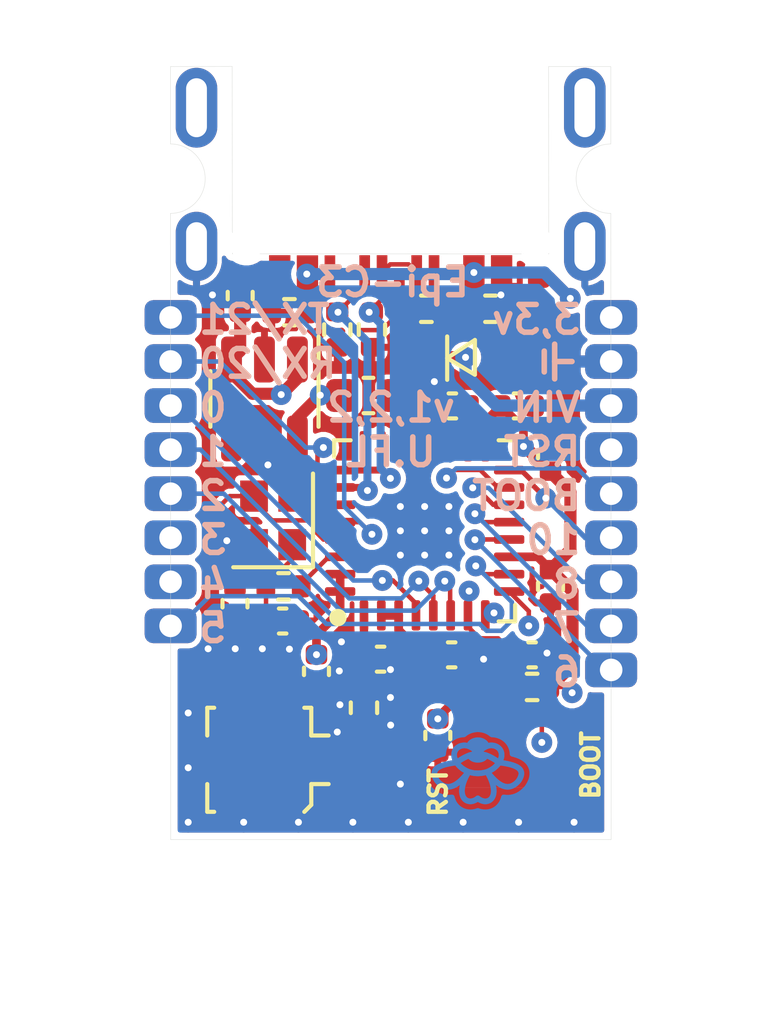
<source format=kicad_pcb>
(kicad_pcb (version 20240108) (generator "pcbnew") (generator_version "8.0")
  (title_block (title "Epi") (date "2022-10-27") (rev "1,1") (company "Rasmus L."))
  (layers (0 "F.Cu" mixed) (1 "In1.Cu" signal) (2 "In2.Cu" signal) (31 "B.Cu" mixed) (34 "B.Paste" user) (35 "F.Paste" user) (36 "B.SilkS" user "B.Silkscreen") (37 "F.SilkS" user "F.Silkscreen") (38 "B.Mask" user) (39 "F.Mask" user) (44 "Edge.Cuts" user))
  (net 0 "")
  (net 1 "+5V")
  (net 2 "GND")
  (net 3 "+3.3V")
  (net 4 "IO0")
  (net 5 "IO1")
  (net 6 "IO2")
  (net 7 "IO3")
  (net 8 "D+")
  (net 9 "D-")
  (net 10 "IO4")
  (net 11 "IO8")
  (net 12 "IO5")
  (net 13 "EN")
  (net 14 "BOOT")
  (net 15 "U0TXD")
  (net 16 "U0RXD")
  (net 17 "IO7")
  (net 18 "IO6")
  (net 19 "Net-(U1-XTAL_N)")
  (net 20 "Net-(U1-LNA_IN)")
  (net 21 "VCC")
  (net 22 "Net-(U1-VDD_SPI{slash}GPIO11)")
  (net 23 "Net-(D1-A)")
  (net 24 "Net-(J3-CC1)")
  (net 25 "Net-(J3-CC2)")
  (net 26 "Net-(U1-XTAL_P)")
  (net 27 "Net-(C4-Pad2)")
  (net 29 "Net-(F1-Pad1)")
  (net 35 "Net-(J4-In)")
  (net 36 "Net-(C5-Pad2)")
  (net 38 "IO10")
  (footprint "Package_DFN_QFN:QFN-32-1EP_5x5mm_P0.5mm_EP3.45x3.45mm" (layer "F.Cu") (at 105.220036 63.3 90)
    (property "Reference" "U1" (hide yes))
    (property "Value" "ESP32-C3")
  )
  (footprint "Capacitor_SMD:C_0402_1005Metric" (layer "F.Cu") (at 108.85 61.1 -90)
    (property "Reference" "C13" (hide yes))
    (property "Value" "1µF")
  )
  (footprint "DIY:NPTH" (layer "F.Cu") (at 100.08 55)
    (property "Reference" "DRILL1" (hide yes))
    (property "Value" "NPTH")
  )
  (footprint "Connector_PinSocket_1.27mm:PinSocket_1x09_P1.27mm_Vertical" (layer "F.Cu") (at 110.6 57.15)
    (property "Reference" "J2" (hide yes))
    (property "Value" "Conn_01x09")
  )
  (footprint "Resistor_SMD:R_0402_1005Metric" (layer "F.Cu") (at 102.7 57.5 90)
    (property "Reference" "RV2" (hide yes))
    (property "Value" "Varistor")
  )
  (footprint "Resistor_SMD:R_0402_1005Metric" (layer "F.Cu") (at 105.270036 56.9 180)
    (property "Reference" "R5" (hide yes))
    (property "Value" "5,1kΩ")
  )
  (footprint "Crystal:Crystal_SMD_2016-4Pin_2.0x1.6mm" (layer "F.Cu") (at 100.85 63 90)
    (property "Reference" "Y1" (hide yes))
    (property "Value" "Crystal")
  )
  (footprint "Capacitor_SMD:C_0402_1005Metric" (layer "F.Cu") (at 107.9 59.7 180)
    (property "Reference" "C2" (hide yes))
    (property "Value" "100nF")
  )
  (footprint "Connector_Coaxial:U.FL_Molex_MCRF_73412-0110_Vertical" (layer "F.Cu") (at 100.45 69.9 90)
    (property "Reference" "J4" (hide yes))
    (property "Value" "Conn_Coaxial_Small")
  )
  (footprint "Capacitor_SMD:C_0402_1005Metric" (layer "F.Cu") (at 108.85 64.9 90)
    (property "Reference" "C7" (hide yes))
    (property "Value" "100nF")
  )
  (footprint "DIY:R-668048" (layer "F.Cu") (at 107.5 68.8 -90)
    (property "Reference" "SW2" (hide yes))
    (property "Value" "SW_MEC_5G")
  )
  (footprint "Resistor_SMD:R_0402_1005Metric" (layer "F.Cu") (at 101.15 64.9)
    (property "Reference" "R2" (hide yes))
    (property "Value" "22Ω")
  )
  (footprint "Resistor_SMD:R_0402_1005Metric" (layer "F.Cu") (at 107.120036 56.9)
    (property "Reference" "RV1" (hide yes))
    (property "Value" "Varistor")
  )
  (footprint "Capacitor_SMD:C_0402_1005Metric" (layer "F.Cu") (at 101.125 65.9 180)
    (property "Reference" "C4" (hide yes))
    (property "Value" "TBD")
  )
  (footprint "Resistor_SMD:R_0402_1005Metric" (layer "F.Cu") (at 103.470036 68.4 -90)
    (property "Reference" "L1" (hide yes))
    (property "Value" "TBD")
  )
  (footprint "Capacitor_SMD:C_0402_1005Metric" (layer "F.Cu") (at 102.1 67.35 90)
    (property "Reference" "C1" (hide yes))
    (property "Value" "100nF")
  )
  (footprint "Capacitor_SMD:C_0402_1005Metric" (layer "F.Cu") (at 108.320036 66.875 180)
    (property "Reference" "C11" (hide yes))
    (property "Value" "1µF")
  )
  (footprint "DIY:R-668048" (layer "F.Cu") (at 109.2 68.8 -90)
    (property "Reference" "SW1" (hide yes))
    (property "Value" "SW_MEC_5G")
  )
  (footprint "Capacitor_SMD:C_0603_1608Metric" (layer "F.Cu") (at 103.6 59.4 180)
    (property "Reference" "C10" (hide yes))
    (property "Value" "22µF")
  )
  (footprint "DIY:USB-C MC-314C-4P16_V2 (2023_01_13 17_48_46 UTC)" (layer "F.Cu") (at 104.24 51.855 180)
    (property "Reference" "J3" (hide yes))
    (property "Value" "USB_C_Receptacle_USB2.0" (hide yes))
  )
  (footprint "Resistor_SMD:R_0402_1005Metric" (layer "F.Cu") (at 101.320036 57 180)
    (property "Reference" "R4" (hide yes))
    (property "Value" "5,1kΩ")
  )
  (footprint "Capacitor_SMD:C_0402_1005Metric" (layer "F.Cu") (at 99.75 65.4 90)
    (property "Reference" "C3" (hide yes))
    (property "Value" "TBD")
  )
  (footprint "Capacitor_SMD:C_0402_1005Metric" (layer "F.Cu") (at 105.6 69.2 90)
    (property "Reference" "C8" (hide yes))
    (property "Value" "1µF")
  )
  (footprint "Inductor_SMD:L_0402_1005Metric" (layer "F.Cu") (at 106 67.8 180)
    (property "Reference" "FB2" (hide yes))
    (property "Value" "Ferrite")
  )
  (footprint "Resistor_SMD:R_0402_1005Metric" (layer "F.Cu") (at 108.320036 67.8 180)
    (property "Reference" "R6" (hide yes))
    (property "Value" "10kΩ")
  )
  (footprint "Capacitor_SMD:C_0402_1005Metric" (layer "F.Cu") (at 103.950036 67 180)
    (property "Reference" "C6" (hide yes))
    (property "Value" "TBD")
  )
  (footprint "Fuse:Fuse_0402_1005Metric" (layer "F.Cu") (at 108.520036 58.3 -90)
    (property "Reference" "F1" (hide yes))
    (property "Value" "500mA")
  )
  (footprint "Package_TO_SOT_SMD:SOT-23-5" (layer "F.Cu") (at 100.6 59.5 -90)
    (property "Reference" "U2" (hide yes))
    (property "Value" "RT9080")
  )
  (footprint "Inductor_SMD:L_0402_1005Metric" (layer "F.Cu") (at 108.520036 56.4885 -90)
    (property "Reference" "FB1" (hide yes))
    (property "Value" "Ferrite")
  )
  (footprint "DIY:SOD323_bättre (2022_12_20 17_46_41 UTC)" (layer "F.Cu") (at 106.420036 58.3)
    (property "Reference" "D1" (hide yes))
    (property "Value" "D")
  )
  (footprint "Resistor_SMD:R_0402_1005Metric" (layer "F.Cu") (at 103.7 57.5 90)
    (property "Reference" "RV3" (hide yes))
    (property "Value" "Varistor")
  )
  (footprint "Capacitor_SMD:C_0402_1005Metric" (layer "F.Cu") (at 106 66.875 180)
    (property "Reference" "C5" (hide yes))
    (property "Value" "100nF")
  )
  (footprint "Capacitor_SMD:C_0402_1005Metric" (layer "F.Cu") (at 99.9 56.52 -90)
    (property "Reference" "C9" (hide yes))
    (property "Value" "1µF")
  )
  (footprint "Capacitor_SMD:C_0402_1005Metric" (layer "F.Cu") (at 106.02 59.7 180)
    (property "Reference" "C12" (hide yes))
    (property "Value" "1µF")
  )
  (footprint "Connector_PinHeader_1.27mm:PinHeader_1x08_P1.27mm_Vertical" (layer "F.Cu") (at 97.892518 57.15)
    (property "Reference" "J1" (hide yes))
    (property "Value" "Conn_01x08")
  )
  (footprint "DIY:NPTH" (layer "F.Cu") (at 108.4 55)
    (property "Reference" "DRILL2" (hide yes))
    (property "Value" "NPTH")
  )
  (gr_line (start 106.766763 69.703887) (end 106.780279 69.684362) (stroke (width 0.1625)) (layer "B.Cu"))
  (gr_line (start 107.14924 70.499851) (end 107.169638 70.556148) (stroke (width 0.1625)) (layer "B.Cu"))
  (gr_line (start 106.095902 69.887166) (end 106.108694 69.916665) (stroke (width 0.1625)) (layer "B.Cu"))
  (gr_line (start 105.82872 70.033431) (end 105.761667 70.052402) (stroke (width 0.1625)) (layer "B.Cu"))
  (gr_line (start 106.640341 71.079094) (end 106.669199 71.066815) (stroke (width 0.1625)) (layer "B.Cu"))
  (gr_line (start 106.639481 69.358732) (end 106.621642 69.366261) (stroke (width 0.1625)) (layer "B.Cu"))
  (gr_line (start 107.749665 70.648748) (end 107.71384 70.66253) (stroke (width 0.1625)) (layer "B.Cu"))
  (gr_line (start 106.876535 69.877237) (end 106.892166 69.870165) (stroke (width 0.1625)) (layer "B.Cu"))
  (gr_line (start 106.981661 71.09811) (end 106.953892 71.097842) (stroke (width 0.1625)) (layer "B.Cu"))
  (gr_line (start 105.5 70.3) (end 105.502008 70.324999) (stroke (width 0.1625)) (layer "B.Cu"))
  (gr_line (start 107.095456 70.379246) (end 107.124572 70.440879) (stroke (width 0.1625)) (layer "B.Cu"))
  (gr_line (start 106.695444 69.342982) (end 106.67644 69.347204) (stroke (width 0.1625)) (layer "B.Cu"))
  (gr_line (start 106.815355 69.73057) (end 106.784255 69.726918) (stroke (width 0.1625)) (layer "B.Cu"))
  (gr_line (start 106.496308 69.495114) (end 106.490839 69.507148) (stroke (width 0.1625)) (layer "B.Cu"))
  (gr_line (start 106.71472 69.339637) (end 106.695444 69.342982) (stroke (width 0.1625)) (layer "B.Cu"))
  (gr_line (start 106.63181 69.58611) (end 106.614087 69.572939) (stroke (width 0.1625)) (layer "B.Cu"))
  (gr_line (start 107.019132 69.507148) (end 107.044464 69.498878) (stroke (width 0.1625)) (layer "B.Cu"))
  (gr_line (start 106.364869 69.484654) (end 106.340375 69.485588) (stroke (width 0.1625)) (layer "B.Cu"))
  (gr_line (start 107.358085 69.56539) (end 107.373733 69.581367) (stroke (width 0.1625)) (layer "B.Cu"))
  (gr_line (start 106.841698 69.888648) (end 106.85975 69.883411) (stroke (width 0.1625)) (layer "B.Cu"))
  (gr_line (start 108.007989 70.324999) (end 108.00304 70.351281) (stroke (width 0.1625)) (layer "B.Cu"))
  (gr_line (start 106.301713 70.874093) (end 106.309019 70.908464) (stroke (width 0.1625)) (layer "B.Cu"))
  (gr_line (start 107.894631 70.543518) (end 107.858241 70.577884) (stroke (width 0.1625)) (layer "B.Cu"))
  (gr_line (start 106.9674 69.529628) (end 106.98505 69.521172) (stroke (width 0.1625)) (layer "B.Cu"))
  (gr_line (start 106.793765 69.338973) (end 106.813349 69.342122) (stroke (width 0.1625)) (layer "B.Cu"))
  (gr_line (start 107.25111 70.111124) (end 107.229882 70.128741) (stroke (width 0.1625)) (layer "B.Cu"))
  (gr_line (start 105.68808 70.606697) (end 105.724289 70.630228) (stroke (width 0.1625)) (layer "B.Cu"))
  (gr_line (start 107.949253 70.157663) (end 107.965315 70.174773) (stroke (width 0.1625)) (layer "B.Cu"))
  (gr_line (start 107.177747 70.96877) (end 107.162873 70.994677) (stroke (width 0.1625)) (layer "B.Cu"))
  (gr_line (start 107.071268 69.801572) (end 107.047582 69.791357) (stroke (width 0.1625)) (layer "B.Cu"))
  (gr_line (start 107.341123 69.550715) (end 107.358085 69.56539) (stroke (width 0.1625)) (layer "B.Cu"))
  (gr_line (start 106.99971 69.772743) (end 106.985896 69.767973) (stroke (width 0.1625)) (layer "B.Cu"))
  (gr_line (start 107.979065 70.192893) (end 107.990414 70.21206) (stroke (width 0.1625)) (layer "B.Cu"))
  (gr_line (start 106.071509 69.725903) (end 106.069819 69.750684) (stroke (width 0.1625)) (layer "B.Cu"))
  (gr_line (start 107.809373 70.073997) (end 107.863687 70.098529) (stroke (width 0.1625)) (layer "B.Cu"))
  (gr_line (start 108.00304 70.351281) (end 107.995061 70.378887) (stroke (width 0.1625)) (layer "B.Cu"))
  (gr_line (start 105.530931 70.192893) (end 105.519582 70.21206) (stroke (width 0.1625)) (layer "B.Cu"))
  (gr_line (start 107.278172 69.916318) (end 107.233044 69.887731) (stroke (width 0.1625)) (layer "B.Cu"))
  (gr_line (start 106.928405 70.271737) (end 106.895567 70.277947) (stroke (width 0.1625)) (layer "B.Cu"))
  (gr_line (start 107.095103 69.488084) (end 107.120218 69.485471) (stroke (width 0.1625)) (layer "B.Cu"))
  (gr_line (start 107.163692 70.17533) (end 107.140908 70.189059) (stroke (width 0.1625)) (layer "B.Cu"))
  (gr_line (start 107.008707 71.095411) (end 106.981661 71.09811) (stroke (width 0.1625)) (layer "B.Cu"))
  (gr_line (start 106.94949 69.539038) (end 106.9674 69.529628) (stroke (width 0.1625)) (layer "B.Cu"))
  (gr_line (start 106.311455 70.660657) (end 106.302748 70.708841) (stroke (width 0.1625)) (layer "B.Cu"))
  (gr_line (start 106.784255 69.726918) (end 106.754303 69.724296) (stroke (width 0.1625)) (layer "B.Cu"))
  (gr_line (start 106.954012 69.410295) (end 106.96149 69.417778) (stroke (width 0.1625)) (layer "B.Cu"))
  (gr_line (start 106.542416 69.529628) (end 106.524832 69.521172) (stroke (width 0.1625)) (layer "B.Cu"))
  (gr_line (start 105.831715 70.671846) (end 105.866957 70.676966) (stroke (width 0.1625)) (layer "B.Cu"))
  (gr_line (start 107.367324 69.977504) (end 107.322914 69.946308) (stroke (width 0.1625)) (layer "B.Cu"))
  (gr_line (start 107.385708 69.946792) (end 107.367324 69.977504) (stroke (width 0.1625)) (layer "B.Cu"))
  (gr_line (start 106.686307 69.892907) (end 106.666856 69.888648) (stroke (width 0.1625)) (layer "B.Cu"))
  (gr_line (start 107.367315 69.977504) (end 107.349448 70.003527) (stroke (width 0.1625)) (layer "B.Cu"))
  (gr_line (start 107.094465 70.21433) (end 107.070875 70.226043) (stroke (width 0.1625)) (layer "B.Cu"))
  (gr_line (start 106.473829 71.08976) (end 106.499907 71.095411) (stroke (width 0.1625)) (layer "B.Cu"))
  (gr_line (start 107.106108 71.05524) (end 107.08373 71.06966) (stroke (width 0.1625)) (layer "B.Cu"))
  (gr_line (start 106.953892 71.097842) (end 106.925578 71.094593) (stroke (width 0.1625)) (layer "B.Cu"))
  (gr_line (start 106.323896 70.609755) (end 106.311455 70.660657) (stroke (width 0.1625)) (layer "B.Cu"))
  (gr_line (start 107.229882 70.128741) (end 107.208213 70.145257) (stroke (width 0.1625)) (layer "B.Cu"))
  (gr_line (start 106.346637 70.410173) (end 106.486827 70.248056) (stroke (width 0.1625)) (layer "B.Cu"))
  (gr_line (start 106.217815 70.072246) (end 106.23806 70.092321) (stroke (width 0.1625)) (layer "B.Cu"))
  (gr_line (start 106.088672 69.657401) (end 106.081031 69.679217) (stroke (width 0.1625)) (layer "B.Cu"))
  (gr_line (start 107.952039 70.470035) (end 107.931037 70.503326) (stroke (width 0.1625)) (layer "B.Cu"))
  (gr_line (start 106.753854 69.335136) (end 106.734209 69.337059) (stroke (width 0.1625)) (layer "B.Cu"))
  (gr_line (start 106.847133 69.735227) (end 106.815355 69.73057) (stroke (width 0.1625)) (layer "B.Cu"))
  (gr_line (start 106.992075 70.256645) (end 106.960537 70.264587) (stroke (width 0.1625)) (layer "B.Cu"))
  (gr_line (start 106.933278 69.843966) (end 106.945434 69.833705) (stroke (width 0.1625)) (layer "B.Cu"))
  (gr_line (start 107.303636 69.525452) (end 107.322941 69.537387) (stroke (width 0.1625)) (layer "B.Cu"))
  (gr_line (start 106.124235 69.946792) (end 106.142619 69.977504) (stroke (width 0.1625)) (layer "B.Cu"))
  (gr_line (start 106.59618 69.5607) (end 106.578195 69.549398) (stroke (width 0.1625)) (layer "B.Cu"))
  (gr_line (start 107.193603 69.488228) (end 107.217091 69.492529) (stroke (width 0.1625)) (layer "B.Cu"))
  (gr_line (start 106.582866 71.094593) (end 106.611504 71.088349) (stroke (width 0.1625)) (layer "B.Cu"))
  (gr_line (start 106.810047 69.647988) (end 106.82608 69.631151) (stroke (width 0.1625)) (layer "B.Cu"))
  (gr_line (start 106.931431 69.549398) (end 106.94949 69.539038) (stroke (width 0.1625)) (layer "B.Cu"))
  (gr_line (start 107.047085 70.237257) (end 107.023129 70.248056) (stroke (width 0.1625)) (layer "B.Cu"))
  (gr_line (start 107.124572 70.440879) (end 107.14924 70.499851) (stroke (width 0.1625)) (layer "B.Cu"))
  (gr_line (start 106.448833 71.081171) (end 106.473829 71.08976) (stroke (width 0.1625)) (layer "B.Cu"))
  (gr_line (start 107.208213 70.145257) (end 107.186138 70.160758) (stroke (width 0.1625)) (layer "B.Cu"))
  (gr_line (start 106.632142 69.877237) (end 106.616633 69.870165) (stroke (width 0.1625)) (layer "B.Cu"))
  (gr_line (start 106.868019 71.079094) (end 106.839131 71.066815) (stroke (width 0.1625)) (layer "B.Cu"))
  (gr_line (start 106.614355 70.277947) (end 106.648008 70.283071) (stroke (width 0.1625)) (layer "B.Cu"))
  (gr_line (start 106.389721 69.485471) (end 106.364869 69.484654) (stroke (width 0.1625)) (layer "B.Cu"))
  (gr_line (start 106.527266 69.443209) (end 106.520618 69.452535) (stroke (width 0.1625)) (layer "B.Cu"))
  (gr_line (start 107.047582 69.791357) (end 107.023731 69.781739) (stroke (width 0.1625)) (layer "B.Cu"))
  (gr_line (start 106.925578 71.094593) (end 106.896894 71.088349) (stroke (width 0.1625)) (layer "B.Cu"))
  (gr_line (start 107.428909 69.679217) (end 107.434663 69.702066) (stroke (width 0.1625)) (layer "B.Cu"))
  (gr_line (start 107.969651 70.438224) (end 107.952039 70.470035) (stroke (width 0.1625)) (layer "B.Cu"))
  (gr_line (start 107.126877 71.037927) (end 107.106108 71.05524) (stroke (width 0.1625)) (layer "B.Cu"))
  (gr_line (start 105.519582 70.21206) (end 105.510725 70.232316) (stroke (width 0.1625)) (layer "B.Cu"))
  (gr_line (start 106.822265 69.892907) (end 106.841698 69.888648) (stroke (width 0.1625)) (layer "B.Cu"))
  (gr_line (start 106.510228 69.772743) (end 106.524027 69.767973) (stroke (width 0.1625)) (layer "B.Cu"))
  (gr_line (start 106.190858 70.557247) (end 106.246802 70.510144) (stroke (width 0.1625)) (layer "B.Cu"))
  (gr_line (start 106.682819 69.631151) (end 106.666281 69.615222) (stroke (width 0.1625)) (layer "B.Cu"))
  (gr_line (start 107.29211 70.072246) (end 107.271864 70.092321) (stroke (width 0.1625)) (layer "B.Cu"))
  (gr_line (start 107.070875 70.226043) (end 107.047085 70.237257) (stroke (width 0.1625)) (layer "B.Cu"))
  (gr_line (start 107.034852 71.08976) (end 107.008707 71.095411) (stroke (width 0.1625)) (layer "B.Cu"))
  (gr_line (start 107.187474 69.860744) (end 107.164507 69.847912) (stroke (width 0.1625)) (layer "B.Cu"))
  (gr_line (start 106.298863 70.460395) (end 106.346637 70.410173) (stroke (width 0.1625)) (layer "B.Cu"))
  (gr_line (start 107.118175 69.823695) (end 107.094797 69.81236) (stroke (width 0.1625)) (layer "B.Cu"))
  (gr_line (start 106.425095 71.06966) (end 106.448833 71.081171) (stroke (width 0.1625)) (layer "B.Cu"))
  (gr_line (start 106.648842 69.883411) (end 106.632142 69.877237) (stroke (width 0.1625)) (layer "B.Cu"))
  (gr_line (start 106.67644 69.347204) (end 106.657766 69.352417) (stroke (width 0.1625)) (layer "B.Cu"))
  (gr_line (start 105.761667 70.052402) (end 105.700623 70.073997) (stroke (width 0.1625)) (layer "B.Cu"))
  (gr_line (start 107.14507 69.484654) (end 107.169564 69.485588) (stroke (width 0.1625)) (layer "B.Cu"))
  (gr_line (start 107.999271 70.232316) (end 108.005548 70.253698) (stroke (width 0.1625)) (layer "B.Cu"))
  (gr_line (start 106.369017 70.189059) (end 106.392103 70.20203) (stroke (width 0.1625)) (layer "B.Cu"))
  (gr_line (start 106.069819 69.750684) (end 106.070303 69.776363) (stroke (width 0.1625)) (layer "B.Cu"))
  (gr_line (start 107.681277 70.033431) (end 107.748329 70.052402) (stroke (width 0.1625)) (layer "B.Cu"))
  (gr_line (start 106.941825 69.754986) (end 106.910839 69.747459) (stroke (width 0.1625)) (layer "B.Cu"))
  (gr_line (start 106.36852 69.835554) (end 106.391755 69.823695) (stroke (width 0.1625)) (layer "B.Cu"))
  (gr_line (start 106.486791 70.248056) (end 106.517846 70.256645) (stroke (width 0.1625)) (layer "B.Cu"))
  (gr_line (start 106.989363 69.78609) (end 106.999741 69.772743) (stroke (width 0.1625)) (layer "B.Cu"))
  (gr_line (start 106.345423 69.847912) (end 106.36852 69.835554) (stroke (width 0.1625)) (layer "B.Cu"))
  (gr_line (start 107.094797 69.81236) (end 107.071268 69.801572) (stroke (width 0.1625)) (layer "B.Cu"))
  (gr_line (start 107.431763 69.830237) (end 107.42418 69.858342) (stroke (width 0.1625)) (layer "B.Cu"))
  (gr_line (start 106.486204 69.781739) (end 106.510228 69.772743) (stroke (width 0.1625)) (layer "B.Cu"))
  (gr_line (start 107.411834 69.636663) (end 107.421268 69.657401) (stroke (width 0.1625)) (layer "B.Cu"))
  (gr_line (start 106.666856 69.888648) (end 106.648842 69.883411) (stroke (width 0.1625)) (layer "B.Cu"))
  (gr_line (start 106.578195 69.549398) (end 106.560239 69.539038) (stroke (width 0.1625)) (layer "B.Cu"))
  (gr_line (start 106.567904 69.754986) (end 106.598674 69.747459) (stroke (width 0.1625)) (layer "B.Cu"))
  (gr_line (start 106.100539 70.618183) (end 106.131432 70.599529) (stroke (width 0.1625)) (layer "B.Cu"))
  (gr_line (start 106.773493 70.290162) (end 106.754963 70.290454) (stroke (width 0.1625)) (layer "B.Cu"))
  (gr_line (start 106.98505 69.521172) (end 107.002331 69.513677) (stroke (width 0.1625)) (layer "B.Cu"))
  (gr_line (start 106.499907 71.095411) (end 106.526891 71.09811) (stroke (width 0.1625)) (layer "B.Cu"))
  (gr_line (start 106.517846 70.256645) (end 106.549385 70.264587) (stroke (width 0.1625)) (layer "B.Cu"))
  (gr_line (start 106.246802 70.510144) (end 106.298863 70.460395) (stroke (width 0.1625)) (layer "B.Cu"))
  (gr_line (start 106.842731 69.615222) (end 106.859892 69.600206) (stroke (width 0.1625)) (layer "B.Cu"))
  (gr_line (start 106.068926 70.634817) (end 106.100539 70.618183) (stroke (width 0.1625)) (layer "B.Cu"))
  (gr_line (start 107.441071 70.634817) (end 107.409458 70.618183) (stroke (width 0.1625)) (layer "B.Cu"))
  (gr_line (start 106.989376 69.452392) (end 106.995807 69.46228) (stroke (width 0.1625)) (layer "B.Cu"))
  (gr_line (start 106.226637 69.514954) (end 106.206304 69.525452) (stroke (width 0.1625)) (layer "B.Cu"))
  (gr_line (start 105.970274 70.669876) (end 106.003744 70.660935) (stroke (width 0.1625)) (layer "B.Cu"))
  (gr_line (start 106.975852 69.434123) (end 106.982722 69.443011) (stroke (width 0.1625)) (layer "B.Cu"))
  (gr_line (start 107.059918 71.081171) (end 107.034852 71.08976) (stroke (width 0.1625)) (layer "B.Cu"))
  (gr_line (start 107.271864 70.092321) (end 107.25111 70.111124) (stroke (width 0.1625)) (layer "B.Cu"))
  (gr_line (start 106.554602 71.097842) (end 106.582866 71.094593) (stroke (width 0.1625)) (layer "B.Cu"))
  (gr_line (start 106.827336 70.286961) (end 106.809666 70.288397) (stroke (width 0.1625)) (layer "B.Cu"))
  (gr_line (start 106.754283 69.724296) (end 106.741839 69.703887) (stroke (width 0.1625)) (layer "B.Cu"))
  (gr_line (start 106.90542 69.374249) (end 106.922281 69.384663) (stroke (width 0.1625)) (layer "B.Cu"))
  (gr_line (start 105.500844 70.276247) (end 105.5 70.3) (stroke (width 0.1625)) (layer "B.Cu"))
  (gr_line (start 106.415458 70.21433) (end 106.439047 70.226043) (stroke (width 0.1625)) (layer "B.Cu"))
  (gr_line (start 106.555926 69.410761) (end 106.548465 69.418173) (stroke (width 0.1625)) (layer "B.Cu"))
  (gr_line (start 106.541667 69.811132) (end 106.531035 69.798899) (stroke (width 0.1625)) (layer "B.Cu"))
  (gr_line (start 108.005548 70.253698) (end 108.009152 70.276247) (stroke (width 0.1625)) (layer "B.Cu"))
  (gr_line (start 107.409458 70.618183) (end 107.378565 70.599529) (stroke (width 0.1625)) (layer "B.Cu"))
  (gr_line (start 106.391755 69.823695) (end 106.415134 69.81236) (stroke (width 0.1625)) (layer "B.Cu"))
  (gr_line (start 106.073058 69.802896) (end 106.07818 69.830237) (stroke (width 0.1625)) (layer "B.Cu"))
  (gr_line (start 107.330936 70.027934) (end 107.311811 70.050812) (stroke (width 0.1625)) (layer "B.Cu"))
  (gr_line (start 106.665175 70.285179) (end 106.682587 70.286961) (stroke (width 0.1625)) (layer "B.Cu"))
  (gr_line (start 106.524027 69.767973) (end 106.538276 69.763422) (stroke (width 0.1625)) (layer "B.Cu"))
  (gr_line (start 106.531035 69.798899) (end 106.520605 69.78609) (stroke (width 0.1625)) (layer "B.Cu"))
  (gr_line (start 106.754303 69.724296) (end 106.754305 69.724296) (stroke (width 0.1625)) (layer "B.Cu"))
  (gr_line (start 105.560743 70.157663) (end 105.544682 70.174773) (stroke (width 0.1625)) (layer "B.Cu"))
  (gr_line (start 107.311811 70.050812) (end 107.29211 70.072246) (stroke (width 0.1625)) (layer "B.Cu"))
  (gr_line (start 106.465476 69.498878) (end 106.44012 69.492538) (stroke (width 0.1625)) (layer "B.Cu"))
  (gr_line (start 107.367356 69.977504) (end 107.451254 69.989121) (stroke (width 0.1625)) (layer "B.Cu"))
  (gr_line (start 107.678281 70.671846) (end 107.64304 70.676966) (stroke (width 0.1625)) (layer "B.Cu"))
  (gr_line (start 106.77392 69.336678) (end 106.793765 69.338973) (stroke (width 0.1625)) (layer "B.Cu"))
  (gr_line (start 107.239935 69.498447) (end 107.262037 69.505937) (stroke (width 0.1625)) (layer "B.Cu"))
  (gr_line (start 106.938497 69.396645) (end 106.946346 69.403255) (stroke (width 0.1625)) (layer "B.Cu"))
  (gr_line (start 106.616633 69.870165) (end 106.602191 69.862236) (stroke (width 0.1625)) (layer "B.Cu"))
  (gr_line (start 106.832615 69.346228) (end 106.851511 69.351392) (stroke (width 0.1625)) (layer "B.Cu"))
  (gr_line (start 106.297597 70.754291) (end 106.295825 70.796992) (stroke (width 0.1625)) (layer "B.Cu"))
  (gr_line (start 106.363201 71.017734) (end 106.382103 71.037927) (stroke (width 0.1625)) (layer "B.Cu"))
  (gr_line (start 106.414521 70.379246) (end 106.385382 70.440879) (stroke (width 0.1625)) (layer "B.Cu"))
  (gr_line (start 107.931037 70.503326) (end 107.894631 70.543518) (stroke (width 0.1625)) (layer "B.Cu"))
  (gr_line (start 106.151854 69.56539) (end 106.136206 69.581367) (stroke (width 0.1625)) (layer "B.Cu"))
  (gr_line (start 107.319139 70.557247) (end 107.263194 70.510144) (stroke (width 0.1625)) (layer "B.Cu"))
  (gr_line (start 106.526891 71.09811) (end 106.554602 71.097842) (stroke (width 0.1625)) (layer "B.Cu"))
  (gr_line (start 106.96811 69.811132) (end 106.978858 69.798899) (stroke (width 0.1625)) (layer "B.Cu"))
  (gr_line (start 107.263194 70.510144) (end 107.211134 70.460395) (stroke (width 0.1625)) (layer "B.Cu"))
  (gr_line (start 107.400704 69.617049) (end 107.411834 69.636663) (stroke (width 0.1625)) (layer "B.Cu"))
  (gr_line (start 106.462836 70.237257) (end 106.486791 70.248056) (stroke (width 0.1625)) (layer "B.Cu"))
  (gr_line (start 105.526035 70.407855) (end 105.540346 70.438224) (stroke (width 0.1625)) (layer "B.Cu"))
  (gr_line (start 108.009152 70.276247) (end 108.009996 70.3) (stroke (width 0.1625)) (layer "B.Cu"))
  (gr_line (start 106.754305 69.724296) (end 106.766763 69.703887) (stroke (width 0.1625)) (layer "B.Cu"))
  (gr_line (start 106.231763 69.916318) (end 106.276889 69.887731) (stroke (width 0.1625)) (layer "B.Cu"))
  (gr_line (start 106.507594 69.513677) (end 106.490808 69.507148) (stroke (width 0.1625)) (layer "B.Cu"))
  (gr_line (start 106.700258 70.288397) (end 106.718202 70.289471) (stroke (width 0.1625)) (layer "B.Cu"))
  (gr_line (start 107.821916 70.606697) (end 107.785708 70.630228) (stroke (width 0.1625)) (layer "B.Cu"))
  (gr_line (start 106.142609 69.977504) (end 106.160476 70.003527) (stroke (width 0.1625)) (layer "B.Cu"))
  (gr_line (start 106.392103 70.20203) (end 106.415458 70.21433) (stroke (width 0.1625)) (layer "B.Cu"))
  (gr_line (start 106.109237 69.617049) (end 106.098106 69.636663) (stroke (width 0.1625)) (layer "B.Cu"))
  (gr_line (start 106.462352 69.791357) (end 106.486204 69.781739) (stroke (width 0.1625)) (layer "B.Cu"))
  (gr_line (start 106.851511 69.351392) (end 106.86998 69.357715) (stroke (width 0.1625)) (layer "B.Cu"))
  (gr_line (start 106.448277 70.314967) (end 106.414521 70.379246) (stroke (width 0.1625)) (layer "B.Cu"))
  (gr_line (start 106.415134 69.81236) (end 106.438664 69.801572) (stroke (width 0.1625)) (layer "B.Cu"))
  (gr_line (start 107.14141 69.835554) (end 107.118175 69.823695) (stroke (width 0.1625)) (layer "B.Cu"))
  (gr_line (start 106.14264 69.977504) (end 106.058742 69.989121) (stroke (width 0.1625)) (layer "B.Cu"))
  (gr_line (start 106.86998 69.357715) (end 106.887968 69.3653) (stroke (width 0.1625)) (layer "B.Cu"))
  (gr_line (start 106.524832 69.521172) (end 106.507594 69.513677) (stroke (width 0.1625)) (layer "B.Cu"))
  (gr_line (start 107.163359 70.410173) (end 107.02317 70.248056) (stroke (width 0.1625)) (layer "B.Cu"))
  (gr_line (start 107.322941 69.537387) (end 107.341123 69.550715) (stroke (width 0.1625)) (layer "B.Cu"))
  (gr_line (start 106.385382 70.440879) (end 106.360682 70.499851) (stroke (width 0.1625)) (layer "B.Cu"))
  (gr_line (start 106.728365 69.684362) (end 106.713966 69.665727) (stroke (width 0.1625)) (layer "B.Cu"))
  (gr_line (start 106.51419 69.462374) (end 106.507992 69.472742) (stroke (width 0.1625)) (layer "B.Cu"))
  (gr_line (start 106.438664 69.801572) (end 106.462352 69.791357) (stroke (width 0.1625)) (layer "B.Cu"))
  (gr_line (start 106.982722 69.443011) (end 106.989376 69.452392) (stroke (width 0.1625)) (layer "B.Cu"))
  (gr_line (start 106.136206 69.581367) (end 106.121969 69.598601) (stroke (width 0.1625)) (layer "B.Cu"))
  (gr_line (start 107.421268 69.657401) (end 107.428909 69.679217) (stroke (width 0.1625)) (layer "B.Cu"))
  (gr_line (start 107.19833 70.660657) (end 107.20698 70.708841) (stroke (width 0.1625)) (layer "B.Cu"))
  (gr_line (start 106.661882 69.735227) (end 106.693443 69.73057) (stroke (width 0.1625)) (layer "B.Cu"))
  (gr_line (start 106.486827 70.248056) (end 106.448277 70.314967) (stroke (width 0.1625)) (layer "B.Cu"))
  (gr_line (start 106.382103 71.037927) (end 106.402793 71.05524) (stroke (width 0.1625)) (layer "B.Cu"))
  (gr_line (start 107.212272 70.836932) (end 107.207741 70.874093) (stroke (width 0.1625)) (layer "B.Cu"))
  (gr_line (start 107.217091 69.492529) (end 107.239935 69.498447) (stroke (width 0.1625)) (layer "B.Cu"))
  (gr_line (start 107.212069 70.754291) (end 107.213773 70.796992) (stroke (width 0.1625)) (layer "B.Cu"))
  (gr_line (start 107.473352 70.649158) (end 107.441071 70.634817) (stroke (width 0.1625)) (layer "B.Cu"))
  (gr_line (start 106.780279 69.684362) (end 106.794744 69.665727) (stroke (width 0.1625)) (layer "B.Cu"))
  (gr_line (start 107.140908 70.189059) (end 107.117821 70.20203) (stroke (width 0.1625)) (layer "B.Cu"))
  (gr_line (start 107.044464 69.498878) (end 107.069819 69.492538) (stroke (width 0.1625)) (layer "B.Cu"))
  (gr_line (start 106.270004 69.498447) (end 106.247902 69.505937) (stroke (width 0.1625)) (layer "B.Cu"))
  (gr_line (start 106.920423 69.85349) (end 106.933278 69.843966) (stroke (width 0.1625)) (layer "B.Cu"))
  (gr_line (start 106.098106 69.636663) (end 106.088672 69.657401) (stroke (width 0.1625)) (layer "B.Cu"))
  (gr_line (start 107.200358 70.908464) (end 107.190301 70.940027) (stroke (width 0.1625)) (layer "B.Cu"))
  (gr_line (start 105.557957 70.470035) (end 105.578959 70.503326) (stroke (width 0.1625)) (layer "B.Cu"))
  (gr_line (start 106.548465 69.418173) (end 106.541197 69.426042) (stroke (width 0.1625)) (layer "B.Cu"))
  (gr_line (start 106.44012 69.492538) (end 106.414837 69.488084) (stroke (width 0.1625)) (layer "B.Cu"))
  (gr_line (start 106.552625 69.822747) (end 106.541667 69.811132) (stroke (width 0.1625)) (layer "B.Cu"))
  (gr_line (start 107.451254 69.989121) (end 107.532019 70.002104) (stroke (width 0.1625)) (layer "B.Cu"))
  (gr_line (start 107.069819 69.492538) (end 107.095103 69.488084) (stroke (width 0.1625)) (layer "B.Cu"))
  (gr_line (start 107.858241 70.577884) (end 107.821916 70.606697) (stroke (width 0.1625)) (layer "B.Cu"))
  (gr_line (start 106.346266 70.994677) (end 106.363201 71.017734) (stroke (width 0.1625)) (layer "B.Cu"))
  (gr_line (start 107.169564 69.485588) (end 107.193603 69.488228) (stroke (width 0.1625)) (layer "B.Cu"))
  (gr_line (start 106.075278 69.702066) (end 106.071509 69.725903) (stroke (width 0.1625)) (layer "B.Cu"))
  (gr_line (start 106.439047 70.226043) (end 106.462836 70.237257) (stroke (width 0.1625)) (layer "B.Cu"))
  (gr_line (start 107.023129 70.248056) (end 106.992075 70.256645) (stroke (width 0.1625)) (layer "B.Cu"))
  (gr_line (start 107.608166 70.678164) (end 107.57371 70.67571) (stroke (width 0.1625)) (layer "B.Cu"))
  (gr_line (start 106.754284 69.724296) (end 106.754283 69.724296) (stroke (width 0.1625)) (layer "B.Cu"))
  (gr_line (start 106.718202 70.289471) (end 106.736433 70.290162) (stroke (width 0.1625)) (layer "B.Cu"))
  (gr_line (start 106.809666 70.288397) (end 106.791723 70.289471) (stroke (width 0.1625)) (layer "B.Cu"))
  (gr_line (start 107.71384 70.66253) (end 107.678281 70.671846) (stroke (width 0.1625)) (layer "B.Cu"))
  (gr_line (start 106.945434 69.833705) (end 106.957007 69.822747) (stroke (width 0.1625)) (layer "B.Cu"))
  (gr_line (start 106.861914 70.283071) (end 106.844748 70.285179) (stroke (width 0.1625)) (layer "B.Cu"))
  (gr_line (start 106.576015 69.843966) (end 106.564033 69.833705) (stroke (width 0.1625)) (layer "B.Cu"))
  (gr_line (start 106.82608 69.631151) (end 106.842731 69.615222) (stroke (width 0.1625)) (layer "B.Cu"))
  (gr_line (start 107.162873 70.994677) (end 107.145857 71.017734) (stroke (width 0.1625)) (layer "B.Cu"))
  (gr_line (start 106.666281 69.615222) (end 106.649243 69.600206) (stroke (width 0.1625)) (layer "B.Cu"))
  (gr_line (start 106.520605 69.78609) (end 106.510255 69.772743) (stroke (width 0.1625)) (layer "B.Cu"))
  (gr_line (start 106.713966 69.665727) (end 106.698749 69.647988) (stroke (width 0.1625)) (layer "B.Cu"))
  (gr_line (start 107.57371 70.67571) (end 107.539723 70.669876) (stroke (width 0.1625)) (layer "B.Cu"))
  (gr_line (start 106.70732 69.89615) (end 106.686307 69.892907) (stroke (width 0.1625)) (layer "B.Cu"))
  (gr_line (start 106.730018 69.898334) (end 106.70732 69.89615) (stroke (width 0.1625)) (layer "B.Cu"))
  (gr_line (start 106.247902 69.505937) (end 106.226637 69.514954) (stroke (width 0.1625)) (layer "B.Cu"))
  (gr_line (start 106.602191 69.862236) (end 106.588693 69.85349) (stroke (width 0.1625)) (layer "B.Cu"))
  (gr_line (start 107.20698 70.708841) (end 107.212069 70.754291) (stroke (width 0.1625)) (layer "B.Cu"))
  (gr_line (start 107.08373 71.06966) (end 107.059918 71.081171) (stroke (width 0.1625)) (layer "B.Cu"))
  (gr_line (start 106.930473 69.390452) (end 106.938497 69.396645) (stroke (width 0.1625)) (layer "B.Cu"))
  (gr_line (start 106.697902 71.051496) (end 106.726272 71.033123) (stroke (width 0.1625)) (layer "B.Cu"))
  (gr_line (start 107.120218 69.485471) (end 107.14507 69.484654) (stroke (width 0.1625)) (layer "B.Cu"))
  (gr_line (start 106.968772 69.425717) (end 106.975852 69.434123) (stroke (width 0.1625)) (layer "B.Cu"))
  (gr_line (start 107.348442 70.579127) (end 107.319139 70.557247) (stroke (width 0.1625)) (layer "B.Cu"))
  (gr_line (start 105.615365 70.543518) (end 105.651755 70.577884) (stroke (width 0.1625)) (layer "B.Cu"))
  (gr_line (start 107.169638 70.556148) (end 107.185942 70.609755) (stroke (width 0.1625)) (layer "B.Cu"))
  (gr_line (start 107.262037 69.505937) (end 107.283302 69.514954) (stroke (width 0.1625)) (layer "B.Cu"))
  (gr_line (start 106.910839 69.747459) (end 106.879118 69.740864) (stroke (width 0.1625)) (layer "B.Cu"))
  (gr_line (start 107.145857 71.017734) (end 107.126877 71.037927) (stroke (width 0.1625)) (layer "B.Cu"))
  (gr_line (start 107.436883 69.802896) (end 107.431763 69.830237) (stroke (width 0.1625)) (layer "B.Cu"))
  (gr_line (start 106.131432 70.599529) (end 106.161555 70.579127) (stroke (width 0.1625)) (layer "B.Cu"))
  (gr_line (start 106.985896 69.767973) (end 106.971605 69.763422) (stroke (width 0.1625)) (layer "B.Cu"))
  (gr_line (start 106.07818 69.830237) (end 106.085762 69.858342) (stroke (width 0.1625)) (layer "B.Cu"))
  (gr_line (start 106.621642 69.366261) (end 106.604309 69.375117) (stroke (width 0.1625)) (layer "B.Cu"))
  (gr_line (start 106.186998 69.537387) (end 106.168817 69.550715) (stroke (width 0.1625)) (layer "B.Cu"))
  (gr_line (start 107.748329 70.052402) (end 107.809373 70.073997) (stroke (width 0.1625)) (layer "B.Cu"))
  (gr_line (start 107.373733 69.581367) (end 107.387971 69.598601) (stroke (width 0.1625)) (layer "B.Cu"))
  (gr_line (start 107.785708 70.630228) (end 107.749665 70.648748) (stroke (width 0.1625)) (layer "B.Cu"))
  (gr_line (start 107.506253 70.660935) (end 107.473352 70.649158) (stroke (width 0.1625)) (layer "B.Cu"))
  (gr_line (start 107.965315 70.174773) (end 107.979065 70.192893) (stroke (width 0.1625)) (layer "B.Cu"))
  (gr_line (start 105.700623 70.073997) (end 105.646309 70.098529) (stroke (width 0.1625)) (layer "B.Cu"))
  (gr_line (start 105.544682 70.174773) (end 105.530931 70.192893) (stroke (width 0.1625)) (layer "B.Cu"))
  (gr_line (start 106.614087 69.572939) (end 106.59618 69.5607) (stroke (width 0.1625)) (layer "B.Cu"))
  (gr_line (start 106.142619 69.977504) (end 106.187024 69.946308) (stroke (width 0.1625)) (layer "B.Cu"))
  (gr_line (start 106.295825 70.796992) (end 106.297256 70.836932) (stroke (width 0.1625)) (layer "B.Cu"))
  (gr_line (start 106.960537 70.264587) (end 106.928405 70.271737) (stroke (width 0.1625)) (layer "B.Cu"))
  (gr_line (start 106.360682 70.499851) (end 106.340246 70.556148) (stroke (width 0.1625)) (layer "B.Cu"))
  (gr_line (start 106.160476 70.003527) (end 106.178988 70.027934) (stroke (width 0.1625)) (layer "B.Cu"))
  (gr_line (start 107.007972 69.483625) (end 107.013693 69.495108) (stroke (width 0.1625)) (layer "B.Cu"))
  (gr_line (start 106.895302 69.572939) (end 106.913332 69.5607) (stroke (width 0.1625)) (layer "B.Cu"))
  (gr_line (start 106.895567 70.277947) (end 106.861914 70.283071) (stroke (width 0.1625)) (layer "B.Cu"))
  (gr_line (start 107.233044 69.887731) (end 107.187474 69.860744) (stroke (width 0.1625)) (layer "B.Cu"))
  (gr_line (start 106.309019 70.908464) (end 106.318998 70.940027) (stroke (width 0.1625)) (layer "B.Cu"))
  (gr_line (start 106.877452 69.58611) (end 106.895302 69.572939) (stroke (width 0.1625)) (layer "B.Cu"))
  (gr_line (start 107.414041 69.887166) (end 107.401249 69.916665) (stroke (width 0.1625)) (layer "B.Cu"))
  (gr_line (start 106.318998 70.940027) (end 106.331472 70.96877) (stroke (width 0.1625)) (layer "B.Cu"))
  (gr_line (start 106.892166 69.870165) (end 106.906757 69.862236) (stroke (width 0.1625)) (layer "B.Cu"))
  (gr_line (start 106.178988 70.027934) (end 106.198113 70.050812) (stroke (width 0.1625)) (layer "B.Cu"))
  (gr_line (start 107.434663 69.702066) (end 107.438432 69.725903) (stroke (width 0.1625)) (layer "B.Cu"))
  (gr_line (start 107.532019 70.002104) (end 107.608933 70.01677) (stroke (width 0.1625)) (layer "B.Cu"))
  (gr_line (start 105.6219 70.111995) (end 105.599442 70.126314) (stroke (width 0.1625)) (layer "B.Cu"))
  (gr_line (start 106.507992 69.472742) (end 106.502028 69.48365) (stroke (width 0.1625)) (layer "B.Cu"))
  (gr_line (start 105.510725 70.232316) (end 105.504449 70.253698) (stroke (width 0.1625)) (layer "B.Cu"))
  (gr_line (start 106.604309 69.375117) (end 106.58754 69.385411) (stroke (width 0.1625)) (layer "B.Cu"))
  (gr_line (start 106.648008 70.283071) (end 106.665175 70.285179) (stroke (width 0.1625)) (layer "B.Cu"))
  (gr_line (start 107.02317 70.248056) (end 107.061714 70.314967) (stroke (width 0.1625)) (layer "B.Cu"))
  (gr_line (start 106.121969 69.598601) (end 106.109237 69.617049) (stroke (width 0.1625)) (layer "B.Cu"))
  (gr_line (start 106.734209 69.337059) (end 106.71472 69.339637) (stroke (width 0.1625)) (layer "B.Cu"))
  (gr_line (start 105.901063 70.01677) (end 105.82872 70.033431) (stroke (width 0.1625)) (layer "B.Cu"))
  (gr_line (start 106.839131 71.066815) (end 106.810406 71.051496) (stroke (width 0.1625)) (layer "B.Cu"))
  (gr_line (start 106.560239 69.539038) (end 106.542416 69.529628) (stroke (width 0.1625)) (layer "B.Cu"))
  (gr_line (start 106.168817 69.550715) (end 106.151854 69.56539) (stroke (width 0.1625)) (layer "B.Cu"))
  (gr_line (start 105.760331 70.648748) (end 105.796157 70.66253) (stroke (width 0.1625)) (layer "B.Cu"))
  (gr_line (start 106.070303 69.776363) (end 106.073058 69.802896) (stroke (width 0.1625)) (layer "B.Cu"))
  (gr_line (start 107.322914 69.946308) (end 107.278172 69.916318) (stroke (width 0.1625)) (layer "B.Cu"))
  (gr_line (start 105.90183 70.678164) (end 105.936286 70.67571) (stroke (width 0.1625)) (layer "B.Cu"))
  (gr_line (start 106.571393 69.397255) (end 106.56357 69.403793) (stroke (width 0.1625)) (layer "B.Cu"))
  (gr_line (start 106.292847 69.492529) (end 106.270004 69.498447) (stroke (width 0.1625)) (layer "B.Cu"))
  (gr_line (start 106.649243 69.600206) (end 106.63181 69.58611) (stroke (width 0.1625)) (layer "B.Cu"))
  (gr_line (start 107.002008 69.472686) (end 107.007972 69.483625) (stroke (width 0.1625)) (layer "B.Cu"))
  (gr_line (start 105.936286 70.67571) (end 105.970274 70.669876) (stroke (width 0.1625)) (layer "B.Cu"))
  (gr_line (start 106.340375 69.485588) (end 106.316336 69.488228) (stroke (width 0.1625)) (layer "B.Cu"))
  (gr_line (start 106.58754 69.385411) (end 106.579385 69.391132) (stroke (width 0.1625)) (layer "B.Cu"))
  (gr_line (start 107.378565 70.599529) (end 107.348442 70.579127) (stroke (width 0.1625)) (layer "B.Cu"))
  (gr_line (start 106.56357 69.403793) (end 106.555926 69.410761) (stroke (width 0.1625)) (layer "B.Cu"))
  (gr_line (start 106.754524 69.899422) (end 106.730018 69.898334) (stroke (width 0.1625)) (layer "B.Cu"))
  (gr_line (start 106.810406 71.051496) (end 106.782022 71.033123) (stroke (width 0.1625)) (layer "B.Cu"))
  (gr_line (start 105.977977 70.002104) (end 105.901063 70.01677) (stroke (width 0.1625)) (layer "B.Cu"))
  (gr_line (start 106.778798 69.898334) (end 106.801336 69.89615) (stroke (width 0.1625)) (layer "B.Cu"))
  (gr_line (start 106.323787 70.160758) (end 106.346233 70.17533) (stroke (width 0.1625)) (layer "B.Cu"))
  (gr_line (start 108.009996 70.3) (end 108.007989 70.324999) (stroke (width 0.1625)) (layer "B.Cu"))
  (gr_line (start 105.540346 70.438224) (end 105.557957 70.470035) (stroke (width 0.1625)) (layer "B.Cu"))
  (gr_line (start 106.297256 70.836932) (end 106.301713 70.874093) (stroke (width 0.1625)) (layer "B.Cu"))
  (gr_line (start 105.796157 70.66253) (end 105.831715 70.671846) (stroke (width 0.1625)) (layer "B.Cu"))
  (gr_line (start 105.646309 70.098529) (end 105.6219 70.111995) (stroke (width 0.1625)) (layer "B.Cu"))
  (gr_line (start 106.794744 69.665727) (end 106.810047 69.647988) (stroke (width 0.1625)) (layer "B.Cu"))
  (gr_line (start 106.682587 70.286961) (end 106.700258 70.288397) (stroke (width 0.1625)) (layer "B.Cu"))
  (gr_line (start 105.579027 70.141523) (end 105.560743 70.157663) (stroke (width 0.1625)) (layer "B.Cu"))
  (gr_line (start 107.207741 70.874093) (end 107.200358 70.908464) (stroke (width 0.1625)) (layer "B.Cu"))
  (gr_line (start 107.186138 70.160758) (end 107.163692 70.17533) (stroke (width 0.1625)) (layer "B.Cu"))
  (gr_line (start 106.276889 69.887731) (end 106.322457 69.860744) (stroke (width 0.1625)) (layer "B.Cu"))
  (gr_line (start 106.316336 69.488228) (end 106.292847 69.492529) (stroke (width 0.1625)) (layer "B.Cu"))
  (gr_line (start 106.698749 69.647988) (end 106.682819 69.631151) (stroke (width 0.1625)) (layer "B.Cu"))
  (gr_line (start 106.693443 69.73057) (end 106.72439 69.726918) (stroke (width 0.1625)) (layer "B.Cu"))
  (gr_line (start 106.801336 69.89615) (end 106.822265 69.892907) (stroke (width 0.1625)) (layer "B.Cu"))
  (gr_line (start 106.331472 70.96877) (end 106.346266 70.994677) (stroke (width 0.1625)) (layer "B.Cu"))
  (gr_line (start 105.599442 70.126314) (end 105.579027 70.141523) (stroke (width 0.1625)) (layer "B.Cu"))
  (gr_line (start 107.023731 69.781739) (end 106.99971 69.772743) (stroke (width 0.1625)) (layer "B.Cu"))
  (gr_line (start 105.506956 70.351281) (end 105.514935 70.378887) (stroke (width 0.1625)) (layer "B.Cu"))
  (gr_line (start 107.283302 69.514954) (end 107.303636 69.525452) (stroke (width 0.1625)) (layer "B.Cu"))
  (gr_line (start 106.879118 69.740864) (end 106.847133 69.735227) (stroke (width 0.1625)) (layer "B.Cu"))
  (gr_line (start 106.346233 70.17533) (end 106.369017 70.189059) (stroke (width 0.1625)) (layer "B.Cu"))
  (gr_line (start 106.611504 71.088349) (end 106.640341 71.079094) (stroke (width 0.1625)) (layer "B.Cu"))
  (gr_line (start 107.164507 69.847912) (end 107.14141 69.835554) (stroke (width 0.1625)) (layer "B.Cu"))
  (gr_line (start 106.490808 69.507148) (end 106.465476 69.498878) (stroke (width 0.1625)) (layer "B.Cu"))
  (gr_line (start 106.85975 69.883411) (end 106.876535 69.877237) (stroke (width 0.1625)) (layer "B.Cu"))
  (gr_line (start 106.187024 69.946308) (end 106.231763 69.916318) (stroke (width 0.1625)) (layer "B.Cu"))
  (gr_line (start 106.302748 70.708841) (end 106.297597 70.754291) (stroke (width 0.1625)) (layer "B.Cu"))
  (gr_line (start 106.630146 69.740864) (end 106.661882 69.735227) (stroke (width 0.1625)) (layer "B.Cu"))
  (gr_line (start 106.036644 70.649158) (end 106.068926 70.634817) (stroke (width 0.1625)) (layer "B.Cu"))
  (gr_line (start 106.161555 70.579127) (end 106.190858 70.557247) (stroke (width 0.1625)) (layer "B.Cu"))
  (gr_line (start 107.42418 69.858342) (end 107.414041 69.887166) (stroke (width 0.1625)) (layer "B.Cu"))
  (gr_line (start 106.414837 69.488084) (end 106.389721 69.485471) (stroke (width 0.1625)) (layer "B.Cu"))
  (gr_line (start 106.598674 69.747459) (end 106.630146 69.740864) (stroke (width 0.1625)) (layer "B.Cu"))
  (gr_line (start 106.301712 70.145257) (end 106.323787 70.160758) (stroke (width 0.1625)) (layer "B.Cu"))
  (gr_line (start 107.438432 69.725903) (end 107.440123 69.750684) (stroke (width 0.1625)) (layer "B.Cu"))
  (gr_line (start 107.013693 69.495108) (end 107.019163 69.507148) (stroke (width 0.1625)) (layer "B.Cu"))
  (gr_line (start 106.791723 70.289471) (end 106.773493 70.290162) (stroke (width 0.1625)) (layer "B.Cu"))
  (gr_line (start 106.280043 70.128741) (end 106.301712 70.145257) (stroke (width 0.1625)) (layer "B.Cu"))
  (gr_line (start 106.896894 71.088349) (end 106.868019 71.079094) (stroke (width 0.1625)) (layer "B.Cu"))
  (gr_line (start 107.439638 69.776363) (end 107.436883 69.802896) (stroke (width 0.1625)) (layer "B.Cu"))
  (gr_line (start 106.922281 69.384663) (end 106.930473 69.390452) (stroke (width 0.1625)) (layer "B.Cu"))
  (gr_line (start 107.211134 70.460395) (end 107.163359 70.410173) (stroke (width 0.1625)) (layer "B.Cu"))
  (gr_line (start 107.863687 70.098529) (end 107.888097 70.111995) (stroke (width 0.1625)) (layer "B.Cu"))
  (gr_line (start 105.504449 70.253698) (end 105.500844 70.276247) (stroke (width 0.1625)) (layer "B.Cu"))
  (gr_line (start 106.340246 70.556148) (end 106.323896 70.609755) (stroke (width 0.1625)) (layer "B.Cu"))
  (gr_line (start 107.608933 70.01677) (end 107.681277 70.033431) (stroke (width 0.1625)) (layer "B.Cu"))
  (gr_line (start 107.995061 70.378887) (end 107.983961 70.407855) (stroke (width 0.1625)) (layer "B.Cu"))
  (gr_line (start 106.23806 70.092321) (end 106.258815 70.111124) (stroke (width 0.1625)) (layer "B.Cu"))
  (gr_line (start 106.859892 69.600206) (end 106.877452 69.58611) (stroke (width 0.1625)) (layer "B.Cu"))
  (gr_line (start 107.387971 69.598601) (end 107.400704 69.617049) (stroke (width 0.1625)) (layer "B.Cu"))
  (gr_line (start 107.349448 70.003527) (end 107.330936 70.027934) (stroke (width 0.1625)) (layer "B.Cu"))
  (gr_line (start 106.258815 70.111124) (end 106.280043 70.128741) (stroke (width 0.1625)) (layer "B.Cu"))
  (gr_line (start 107.002331 69.513677) (end 107.019132 69.507148) (stroke (width 0.1625)) (layer "B.Cu"))
  (gr_line (start 106.581518 70.271737) (end 106.614355 70.277947) (stroke (width 0.1625)) (layer "B.Cu"))
  (gr_line (start 105.578959 70.503326) (end 105.615365 70.543518) (stroke (width 0.1625)) (layer "B.Cu"))
  (gr_line (start 105.866957 70.676966) (end 105.90183 70.678164) (stroke (width 0.1625)) (layer "B.Cu"))
  (gr_line (start 106.995807 69.46228) (end 107.002008 69.472686) (stroke (width 0.1625)) (layer "B.Cu"))
  (gr_line (start 106.549385 70.264587) (end 106.581518 70.271737) (stroke (width 0.1625)) (layer "B.Cu"))
  (gr_line (start 106.579385 69.391132) (end 106.571393 69.397255) (stroke (width 0.1625)) (layer "B.Cu"))
  (gr_line (start 106.588693 69.85349) (end 106.576015 69.843966) (stroke (width 0.1625)) (layer "B.Cu"))
  (gr_line (start 107.983961 70.407855) (end 107.969651 70.438224) (stroke (width 0.1625)) (layer "B.Cu"))
  (gr_line (start 107.213773 70.796992) (end 107.212272 70.836932) (stroke (width 0.1625)) (layer "B.Cu"))
  (gr_line (start 106.198113 70.050812) (end 106.217815 70.072246) (stroke (width 0.1625)) (layer "B.Cu"))
  (gr_line (start 107.910554 70.126314) (end 107.930969 70.141523) (stroke (width 0.1625)) (layer "B.Cu"))
  (gr_line (start 107.401249 69.916665) (end 107.385708 69.946792) (stroke (width 0.1625)) (layer "B.Cu"))
  (gr_line (start 105.514935 70.378887) (end 105.526035 70.407855) (stroke (width 0.1625)) (layer "B.Cu"))
  (gr_line (start 106.402793 71.05524) (end 106.425095 71.06966) (stroke (width 0.1625)) (layer "B.Cu"))
  (gr_line (start 106.520618 69.452535) (end 106.51419 69.462374) (stroke (width 0.1625)) (layer "B.Cu"))
  (gr_line (start 106.322457 69.860744) (end 106.345423 69.847912) (stroke (width 0.1625)) (layer "B.Cu"))
  (gr_line (start 107.539723 70.669876) (end 107.506253 70.660935) (stroke (width 0.1625)) (layer "B.Cu"))
  (gr_line (start 106.736433 70.290162) (end 106.754964 70.290454) (stroke (width 0.1625)) (layer "B.Cu"))
  (gr_line (start 107.440123 69.750684) (end 107.439638 69.776363) (stroke (width 0.1625)) (layer "B.Cu"))
  (gr_line (start 106.657766 69.352417) (end 106.639481 69.358732) (stroke (width 0.1625)) (layer "B.Cu"))
  (gr_line (start 106.96149 69.417778) (end 106.968772 69.425717) (stroke (width 0.1625)) (layer "B.Cu"))
  (gr_line (start 106.741839 69.703887) (end 106.728365 69.684362) (stroke (width 0.1625)) (layer "B.Cu"))
  (gr_poly (pts (xy 106.882037 69.805618) (xy 106.882014 69.805877) (xy 106.881973 69.806133) (xy 106.881945 69.806259) (xy 106.881911 69.806384) (xy 106.881873 69.806507) (xy 106.881828 69.806629) (xy 106.881778 69.80675) (xy 106.881722 69.806869) (xy 106.88166 69.806986) (xy 106.881591 69.807102) (xy 106.881516 69.807216) (xy 106.881435 69.807328) (xy 106.881346 69.807438) (xy 106.88125 69.807546) (xy 106.881147 69.807652) (xy 106.881037 69.807756) (xy 106.878412 69.809444) (xy 106.87575 69.81107) (xy 106.873051 69.812637) (xy 106.870318 69.814146) (xy 106.864758 69.816996) (xy 106.859088 69.819634) (xy 106.853325 69.82207) (xy 106.847485 69.824318) (xy 106.841585 69.82639) (xy 106.835643 69.828299) (xy 106.827229 69.830563) (xy 106.818751 69.832568) (xy 106.810218 69.834318) (xy 106.801637 69.835811) (xy 106.793016 69.83705) (xy 106.784361 69.838036) (xy 106.77568 69.838768) (xy 106.76698 69.839249) (xy 106.75827 69.83948) (xy 106.749556 69.839461) (xy 106.740846 69.839194) (xy 106.732147 69.838679) (xy 106.723466 69.837917) (xy 106.714812 69.836911) (xy 106.706191 69.83566) (xy 106.697611 69.834165) (xy 106.693309 69.833392) (xy 106.689029 69.832524) (xy 106.684772 69.83156) (xy 106.680539 69.830501) (xy 106.676332 69.82935) (xy 106.672153 69.828105) (xy 106.668003 69.826768) (xy 106.663883 69.825341) (xy 106.659796 69.823823) (xy 106.655743 69.822215) (xy 106.651726 69.820519) (xy 106.647745 69.818735) (xy 106.643804 69.816864) (xy 106.639902 69.814907) (xy 106.636043 69.812865) (xy 106.632227 69.810738) (xy 106.631886 69.810622) (xy 106.63155 69.810482) (xy 106.631218 69.81032) (xy 106.630893 69.810137) (xy 106.630576 69.809934) (xy 106.630269 69.809712) (xy 106.629972 69.809474) (xy 106.629687 69.809221) (xy 106.629415 69.808953) (xy 106.629159 69.808672) (xy 106.628918 69.80838) (xy 106.628695 69.808078) (xy 106.628491 69.807768) (xy 106.628307 69.80745) (xy 106.628145 69.807126) (xy 106.628005 69.806798) (xy 106.62789 69.806467) (xy 106.627801 69.806134) (xy 106.627739 69.805801) (xy 106.627705 69.805469) (xy 106.627701 69.80514) (xy 106.627729 69.804814) (xy 106.627788 69.804494) (xy 106.627882 69.80418) (xy 106.628011 69.803874) (xy 106.628177 69.803578) (xy 106.62838 69.803292) (xy 106.628623 69.803019) (xy 106.628907 69.802759) (xy 106.629233 69.802514) (xy 106.629602 69.802285) (xy 106.630017 69.802074) (xy 106.636854 69.800463) (xy 106.64373 69.799009) (xy 106.650638 69.797683) (xy 106.657568 69.796457) (xy 106.685357 69.791971) (xy 106.703051 69.789548) (xy 106.720778 69.787256) (xy 106.729657 69.786275) (xy 106.738549 69.785466) (xy 106.747455 69.784875) (xy 106.756377 69.784549) (xy 106.77014 69.785536) (xy 106.783872 69.786852) (xy 106.797577 69.788448) (xy 106.811256 69.790279) (xy 106.838548 69.79445) (xy 106.865768 69.798987) (xy 106.866758 69.799275) (xy 106.86778 69.79951) (xy 106.868827 69.799704) (xy 106.869893 69.799869) (xy 106.874215 69.800464) (xy 106.875278 69.800654) (xy 106.876321 69.800883) (xy 106.877337 69.801163) (xy 106.87832 69.801505) (xy 106.878797 69.801704) (xy 106.879264 69.801922) (xy 106.879719 69.802161) (xy 106.880161 69.802423) (xy 106.880591 69.80271) (xy 106.881006 69.803022) (xy 106.881407 69.803361) (xy 106.881792 69.803728) (xy 106.88186 69.804002) (xy 106.881919 69.804275) (xy 106.881968 69.804547) (xy 106.882006 69.804818) (xy 106.882031 69.805087) (xy 106.882042 69.805354)) (stroke (width 0.162499)) (fill solid) (layer "B.Cu"))
  (gr_line (start 107.061714 70.314967) (end 107.095456 70.379246) (stroke (width 0.1625)) (layer "B.Cu"))
  (gr_line (start 106.502028 69.48365) (end 106.496308 69.495114) (stroke (width 0.1625)) (layer "B.Cu"))
  (gr_line (start 105.651755 70.577884) (end 105.68808 70.606697) (stroke (width 0.1625)) (layer "B.Cu"))
  (gr_line (start 106.081031 69.679217) (end 106.075278 69.702066) (stroke (width 0.1625)) (layer "B.Cu"))
  (gr_line (start 106.085762 69.858342) (end 106.095902 69.887166) (stroke (width 0.1625)) (layer "B.Cu"))
  (gr_line (start 107.888097 70.111995) (end 107.910554 70.126314) (stroke (width 0.1625)) (layer "B.Cu"))
  (gr_line (start 106.906757 69.862236) (end 106.920423 69.85349) (stroke (width 0.1625)) (layer "B.Cu"))
  (gr_line (start 106.541197 69.426042) (end 106.534128 69.434383) (stroke (width 0.1625)) (layer "B.Cu"))
  (gr_line (start 106.971605 69.763422) (end 106.941825 69.754986) (stroke (width 0.1625)) (layer "B.Cu"))
  (gr_line (start 107.185942 70.609755) (end 107.19833 70.660657) (stroke (width 0.1625)) (layer "B.Cu"))
  (gr_line (start 106.813349 69.342122) (end 106.832615 69.346228) (stroke (width 0.1625)) (layer "B.Cu"))
  (gr_line (start 107.190301 70.940027) (end 107.177747 70.96877) (stroke (width 0.1625)) (layer "B.Cu"))
  (gr_line (start 106.003744 70.660935) (end 106.036644 70.649158) (stroke (width 0.1625)) (layer "B.Cu"))
  (gr_line (start 107.64304 70.676966) (end 107.608166 70.678164) (stroke (width 0.1625)) (layer "B.Cu"))
  (gr_line (start 106.913332 69.5607) (end 106.931431 69.549398) (stroke (width 0.1625)) (layer "B.Cu"))
  (gr_line (start 106.753868 69.335136) (end 106.77392 69.336678) (stroke (width 0.1625)) (layer "B.Cu"))
  (gr_line (start 106.844748 70.285179) (end 106.827336 70.286961) (stroke (width 0.1625)) (layer "B.Cu"))
  (gr_line (start 106.534128 69.434383) (end 106.527266 69.443209) (stroke (width 0.1625)) (layer "B.Cu"))
  (gr_line (start 105.502008 70.324999) (end 105.506956 70.351281) (stroke (width 0.1625)) (layer "B.Cu"))
  (gr_poly (pts (xy 106.933106 69.478081) (xy 106.933099 69.478224) (xy 106.933087 69.478364) (xy 106.93307 69.478501) (xy 106.933048 69.478636) (xy 106.933021 69.478768) (xy 106.932989 69.478898) (xy 106.932953 69.479025) (xy 106.932911 69.479151) (xy 106.932864 69.479275) (xy 106.932812 69.479397) (xy 106.932754 69.479517) (xy 106.932692 69.479636) (xy 106.932624 69.479754) (xy 106.93255 69.47987) (xy 106.932472 69.479985) (xy 106.932387 69.4801) (xy 106.932297 69.480214) (xy 106.932201 69.480327) (xy 106.931993 69.480552) (xy 106.931761 69.480776) (xy 106.931505 69.481) (xy 106.920735 69.486728) (xy 106.910086 69.4927) (xy 106.899562 69.498904) (xy 106.889165 69.50533) (xy 106.8789 69.511967) (xy 106.868769 69.518805) (xy 106.858775 69.525832) (xy 106.848922 69.533037) (xy 106.843119 69.537338) (xy 106.837386 69.541725) (xy 106.826124 69.550746) (xy 106.815123 69.560074) (xy 106.804366 69.569686) (xy 106.793838 69.579555) (xy 106.783525 69.589658) (xy 106.773412 69.599969) (xy 106.763483 69.610464) (xy 106.763158 69.610736) (xy 106.762838 69.611035) (xy 106.76252 69.611358) (xy 106.762206 69.611703) (xy 106.761583 69.612443) (xy 106.760964 69.613232) (xy 106.759719 69.614862) (xy 106.759082 69.615655) (xy 106.75843 69.616401) (xy 106.758097 69.61675) (xy 106.757757 69.617077) (xy 106.757412 69.617382) (xy 106.757059 69.61766) (xy 106.756699 69.617908) (xy 106.75633 69.618124) (xy 106.755953 69.618305) (xy 106.755566 69.618447) (xy 106.755169 69.618548) (xy 106.754761 69.618605) (xy 106.754342 69.618614) (xy 106.753911 69.618573) (xy 106.753468 69.618479) (xy 106.753011 69.618328) (xy 106.752541 69.618119) (xy 106.752056 69.617847) (xy 106.743147 69.607949) (xy 106.734031 69.598249) (xy 106.724712 69.588749) (xy 106.715192 69.579454) (xy 106.705477 69.57037) (xy 106.695569 69.5615) (xy 106.685473 69.552849) (xy 106.675193 69.544421) (xy 106.664731 69.536221) (xy 106.654093 69.528253) (xy 106.643282 69.520522) (xy 106.632302 69.513032) (xy 106.621157 69.505787) (xy 106.609849 69.498792) (xy 106.598385 69.492051) (xy 106.586766 69.485569) (xy 106.586456 69.485318) (xy 106.586123 69.485077) (xy 106.58577 69.484845) (xy 106.585398 69.484621) (xy 106.584609 69.484192) (xy 106.583774 69.483781) (xy 106.582046 69.482974) (xy 106.581189 69.482559) (xy 106.580363 69.482123) (xy 106.579968 69.481895) (xy 106.579587 69.481657) (xy 106.579223 69.48141) (xy 106.578878 69.481152) (xy 106.578555 69.480881) (xy 106.578257 69.480597) (xy 106.577984 69.480298) (xy 106.577741 69.479983) (xy 106.577529 69.479651) (xy 106.57735 69.479301) (xy 106.577207 69.478931) (xy 106.577103 69.478541) (xy 106.577039 69.478129) (xy 106.577018 69.477694) (xy 106.577042 69.477234) (xy 106.577114 69.47675) (xy 106.577926 69.475539) (xy 106.578773 69.474347) (xy 106.579652 69.473172) (xy 106.580559 69.472014) (xy 106.581491 69.47087) (xy 106.582446 69.469739) (xy 106.584408 69.467511) (xy 106.58642 69.465318) (xy 106.588457 69.463149) (xy 106.592502 69.458834) (xy 106.598124 69.453257) (xy 106.603986 69.447976) (xy 106.610074 69.442987) (xy 106.616372 69.438284) (xy 106.622868 69.433863) (xy 106.629544 69.429719) (xy 106.636388 69.425846) (xy 106.643383 69.422241) (xy 106.650516 69.418898) (xy 106.657771 69.415811) (xy 106.665135 69.412977) (xy 106.672591 69.410391) (xy 106.680126 69.408047) (xy 106.687725 69.40594) (xy 106.695372 69.404066) (xy 106.703054 69.40242) (xy 106.720744 69.399189) (xy 106.729648 69.397726) (xy 106.738582 69.396524) (xy 106.743057 69.396058) (xy 106.747535 69.395702) (xy 106.752017 69.395472) (xy 106.756502 69.395382) (xy 106.760987 69.395447) (xy 106.765471 69.395683) (xy 106.769955 69.396104) (xy 106.774437 69.396725) (xy 106.782688 69.397713) (xy 106.790943 69.398881) (xy 106.799186 69.400243) (xy 106.807402 69.401811) (xy 106.815578 69.403597) (xy 106.823697 69.405614) (xy 106.831745 69.407874) (xy 106.839708 69.41039) (xy 106.847569 69.413175) (xy 106.855314 69.41624) (xy 106.862929 69.419598) (xy 106.870398 69.423262) (xy 106.877706 69.427245) (xy 106.884839 69.431558) (xy 106.891781 69.436214) (xy 106.898518 69.441226) (xy 106.907832 69.449435) (xy 106.912434 69.453632) (xy 106.916935 69.457934) (xy 106.919134 69.460134) (xy 106.92129 69.462372) (xy 106.923398 69.464652) (xy 106.925451 69.466978) (xy 106.927444 69.469353) (xy 106.929371 69.471783) (xy 106.931226 69.47427) (xy 106.933003 69.476819) (xy 106.933055 69.477157) (xy 106.93309 69.477479) (xy 106.933107 69.477787)) (stroke (width 0.162499)) (fill solid) (layer "B.Cu"))
  (gr_line (start 106.058742 69.989121) (end 105.977977 70.002104) (stroke (width 0.1625)) (layer "B.Cu"))
  (gr_line (start 107.990414 70.21206) (end 107.999271 70.232316) (stroke (width 0.1625)) (layer "B.Cu"))
  (gr_line (start 106.946346 69.403255) (end 106.954012 69.410295) (stroke (width 0.1625)) (layer "B.Cu"))
  (gr_line (start 105.724289 70.630228) (end 105.760331 70.648748) (stroke (width 0.1625)) (layer "B.Cu"))
  (gr_line (start 106.564033 69.833705) (end 106.552625 69.822747) (stroke (width 0.1625)) (layer "B.Cu"))
  (gr_line (start 106.669199 71.066815) (end 106.697902 71.051496) (stroke (width 0.1625)) (layer "B.Cu"))
  (gr_line (start 106.957007 69.822747) (end 106.96811 69.811132) (stroke (width 0.1625)) (layer "B.Cu"))
  (gr_line (start 106.726272 71.033123) (end 106.754134 71.011682) (stroke (width 0.1625)) (layer "B.Cu"))
  (gr_line (start 106.754536 69.899422) (end 106.778798 69.898334) (stroke (width 0.1625)) (layer "B.Cu"))
  (gr_line (start 106.538276 69.763422) (end 106.567904 69.754986) (stroke (width 0.1625)) (layer "B.Cu"))
  (gr_line (start 106.887968 69.3653) (end 106.90542 69.374249) (stroke (width 0.1625)) (layer "B.Cu"))
  (gr_line (start 106.978858 69.798899) (end 106.989363 69.78609) (stroke (width 0.1625)) (layer "B.Cu"))
  (gr_line (start 106.108694 69.916665) (end 106.124235 69.946792) (stroke (width 0.1625)) (layer "B.Cu"))
  (gr_line (start 106.206304 69.525452) (end 106.186998 69.537387) (stroke (width 0.1625)) (layer "B.Cu"))
  (gr_line (start 107.930969 70.141523) (end 107.949253 70.157663) (stroke (width 0.1625)) (layer "B.Cu"))
  (gr_line (start 106.782022 71.033123) (end 106.754156 71.011682) (stroke (width 0.1625)) (layer "B.Cu"))
  (gr_line (start 107.117821 70.20203) (end 107.094465 70.21433) (stroke (width 0.1625)) (layer "B.Cu"))
  (gr_line (start 106.72439 69.726918) (end 106.754284 69.724296) (stroke (width 0.1625)) (layer "B.Cu"))
  (gr_line (start 108.67 58.12) (end 108.67 58.72) (stroke (width 0.16)) (layer "B.SilkS"))
  (gr_line (start 108.97 58.42) (end 108.97 58.92) (stroke (width 0.16)) (layer "B.SilkS"))
  (gr_line (start 109.47 58.42) (end 108.97 58.42) (stroke (width 0.16)) (layer "B.SilkS"))
  (gr_line (start 108.97 58.42) (end 108.97 57.92) (stroke (width 0.16)) (layer "B.SilkS"))
  (gr_line (start 97.89 49.9185) (end 97.89 52.15) (stroke (width 0.01)) (layer "Edge.Cuts"))
  (gr_line (start 97.895036 72.2) (end 110.6 72.2) (stroke (width 0.01)) (layer "Edge.Cuts"))
  (gr_line (start 99.672767 55.315248) (end 99.668345 49.915247) (stroke (width 0.01)) (layer "Edge.Cuts"))
  (gr_line (start 108.799458 55.318501) (end 99.672767 55.315248) (stroke (width 0.01)) (layer "Edge.Cuts"))
  (gr_arc (start 110.59 54.15) (mid 109.59 53.15) (end 110.59 52.15) (stroke (width 0.01)) (layer "Edge.Cuts"))
  (gr_arc (start 97.89 52.15) (mid 98.89 53.15) (end 97.89 54.15) (stroke (width 0.01)) (layer "Edge.Cuts"))
  (gr_line (start 108.795036 49.9185) (end 110.59 49.9185) (stroke (width 0.01)) (layer "Edge.Cuts"))
  (gr_line (start 110.59 52.15) (end 110.59 49.9185) (stroke (width 0.01)) (layer "Edge.Cuts"))
  (gr_line (start 97.89 49.9185) (end 99.668345 49.915247) (stroke (width 0.01)) (layer "Edge.Cuts"))
  (gr_line (start 108.799458 55.318501) (end 108.795036 49.9185) (stroke (width 0.01)) (layer "Edge.Cuts"))
  (gr_line (start 110.6 72.2) (end 110.59 54.15) (stroke (width 0.01)) (layer "Edge.Cuts"))
  (gr_line (start 97.89 54.15) (end 97.895036 72.2) (stroke (width 0.01)) (layer "Edge.Cuts"))
  (gr_text "7" (at 109.8 66.5712 0) (layer "B.SilkS") (effects (font (size 0.8 0.8) (thickness 0.16)) (justify left bottom mirror)))
  (gr_text "VIN" (at 109.8 60.2212 0) (layer "B.SilkS") (effects (font (size 0.8 0.8) (thickness 0.16)) (justify left bottom mirror)))
  (gr_text "2" (at 99.6 62.76 0) (layer "B.SilkS") (effects (font (size 0.8 0.8) (thickness 0.16)) (justify left bottom mirror)))
  (gr_text "10" (at 109.8 64.0312 0) (layer "B.SilkS") (effects (font (size 0.8 0.8) (thickness 0.16)) (justify left bottom mirror)))
  (gr_text "RX/20" (at 102.761905 58.95 0) (layer "B.SilkS") (effects (font (size 0.8 0.8) (thickness 0.16)) (justify left bottom mirror)))
  (gr_text "0" (at 99.6 60.22 0) (layer "B.SilkS") (effects (font (size 0.8 0.8) (thickness 0.16)) (justify left bottom mirror)))
  (gr_text "8" (at 109.8 65.3012 0) (layer "B.SilkS") (effects (font (size 0.8 0.8) (thickness 0.16)) (justify left bottom mirror)))
  (gr_text "RST" (at 109.8 61.4912 0) (layer "B.SilkS") (effects (font (size 0.8 0.8) (thickness 0.16)) (justify left bottom mirror)))
  (gr_text "4" (at 99.6 65.3 0) (layer "B.SilkS") (effects (font (size 0.8 0.8) (thickness 0.16)) (justify left bottom mirror)))
  (gr_text "3" (at 99.6 64.03 0) (layer "B.SilkS") (effects (font (size 0.8 0.8) (thickness 0.16)) (justify left bottom mirror)))
  (gr_text "Epi-C3" (at 106.590477 56.6 0) (layer "B.SilkS") (effects (font (size 0.8 0.8) (thickness 0.16) (bold yes)) (justify left bottom mirror)))
  (gr_text "BOOT\n" (at 109.8 62.7612 0) (layer "B.SilkS") (effects (font (size 0.8 0.8) (thickness 0.16)) (justify left bottom mirror)))
  (gr_text "TX/21" (at 102.571429 57.68 0) (layer "B.SilkS") (effects (font (size 0.8 0.8) (thickness 0.16)) (justify left bottom mirror)))
  (gr_text "3,3v" (at 109.8 57.6812 0) (layer "B.SilkS") (effects (font (size 0.8 0.8) (thickness 0.16)) (justify left bottom mirror)))
  (gr_text "1" (at 99.6 61.49 0) (layer "B.SilkS") (effects (font (size 0.8 0.8) (thickness 0.16)) (justify left bottom mirror)))
  (gr_text "v1,2,2\nU.FL" (at 104.25 61.5 0) (layer "B.SilkS") (effects (font (size 0.8 0.8) (thickness 0.16)) (justify bottom mirror)))
  (gr_text "6" (at 109.8 67.8412 0) (layer "B.SilkS") (effects (font (size 0.8 0.8) (thickness 0.16)) (justify left bottom mirror)))
  (gr_text "5" (at 99.6 66.57 0) (layer "B.SilkS") (effects (font (size 0.8 0.8) (thickness 0.16)) (justify left bottom mirror)))
  (gr_text "BOOT" (at 110.3 71.101786 90) (layer "F.SilkS") (effects (font (size 0.5 0.5) (thickness 0.125) (bold yes)) (justify left bottom)))
  (gr_text "RST\n" (at 105.9 71.6 90) (layer "F.SilkS") (effects (font (size 0.5 0.5) (thickness 0.125) (bold yes)) (justify left bottom)))
  (segment (start 108.823536 56.0035) (end 108.520036 56.0035) (width 0.35) (layer "F.Cu") (net 1))
  (segment (start 106.64 56.770036) (end 106.64 55.855) (width 0.25) (layer "F.Cu") (net 1))
  (segment (start 101.84 55.880036) (end 101.820036 55.9) (width 0.25) (layer "F.Cu") (net 1))
  (segment (start 109.420036 56.6) (end 108.823536 56.0035) (width 0.35) (layer "F.Cu") (net 1))
  (segment (start 106.510036 56.9) (end 106.64 56.770036) (width 0.25) (layer "F.Cu") (net 1))
  (segment (start 101.84 55.86) (end 101.84 55.880036) (width 0.25) (layer "F.Cu") (net 1))
  (via (at 109.420036 56.6) (size 0.6) (drill 0.2) (layers "F.Cu" "B.Cu") (net 1))
  (via (at 106.64 55.855) (size 0.6) (drill 0.2) (layers "F.Cu" "B.Cu") (net 1))
  (via (at 101.820036 55.9) (size 0.6) (drill 0.2) (layers "F.Cu" "B.Cu") (net 1))
  (segment (start 101.820036 55.9) (end 106.595 55.9) (width 0.35) (layer "B.Cu") (net 1))
  (segment (start 108.675036 55.855) (end 106.64 55.855) (width 0.35) (layer "B.Cu") (net 1))
  (segment (start 109.420036 56.6) (end 108.675036 55.855) (width 0.35) (layer "B.Cu") (net 1))
  (segment (start 106.595 55.9) (end 106.64 55.855) (width 0.25) (layer "B.Cu") (net 1))
  (segment (start 100.2855 63.5855) (end 100.3 63.6) (width 0.13) (layer "F.Cu") (net 2))
  (segment (start 99.5145 63.5855) (end 100.2855 63.5855) (width 0.13) (layer "F.Cu") (net 2))
  (segment (start 101.4 62.100498) (end 101.4 62.2) (width 0.13) (layer "F.Cu") (net 2))
  (segment (start 101.04 56.255) (end 101.04 56.770036) (width 0.13) (layer "F.Cu") (net 2))
  (segment (start 101.04 56.770036) (end 100.810036 57) (width 0.13) (layer "F.Cu") (net 2))
  (segment (start 109.565036 58.42) (end 110.075036 58.42) (width 0.35) (layer "F.Cu") (net 2))
  (via (at 101.579964 71.7) (size 0.6) (drill 0.2) (layers "F.Cu" "B.Cu") (net 2))
  (via (at 105.5 58.9995) (size 0.6) (drill 0.2) (layers "F.Cu" "B.Cu") (net 2))
  (via (at 98.4 70.13) (size 0.6) (drill 0.2) (layers "F.Cu" "B.Cu") (net 2))
  (via (at 105.920036 62.6) (size 0.6) (drill 0.2) (layers "F.Cu" "B.Cu") (net 2))
  (via (at 105.220036 64) (size 0.6) (drill 0.2) (layers "F.Cu" "B.Cu") (net 2))
  (via (at 98.4 68.550036) (size 0.6) (drill 0.2) (layers "F.Cu" "B.Cu") (net 2))
  (via (at 104.520036 63.3) (size 0.6) (drill 0.2) (layers "F.Cu" "B.Cu") (net 2))
  (via (at 105.220036 63.3) (size 0.6) (drill 0.2) (layers "F.Cu" "B.Cu") (net 2))
  (via (at 99.5145 63.5855) (size 0.6) (drill 0.2) (layers "F.Cu" "B.Cu") (net 2))
  (via (at 100 71.7) (size 0.6) (drill 0.2) (layers "F.Cu" "B.Cu") (net 2))
  (via (at 104.234079 67.3) (size 0.6) (drill 0.2) (layers "F.Cu" "B.Cu") (net 2))
  (via (at 104.520036 64) (size 0.6) (drill 0.2) (layers "F.Cu" "B.Cu") (net 2))
  (via (at 105.220036 62.6) (size 0.6) (drill 0.2) (layers "F.Cu" "B.Cu") (net 2))
  (via (at 103.149964 71.7) (size 0.6) (drill 0.2) (layers "F.Cu" "B.Cu") (net 2))
  (via (at 98.975 66.7) (size 0.6) (drill 0.2) (layers "F.Cu" "B.Cu") (net 2))
  (via (at 109.529964 71.7) (size 0.6) (drill 0.2) (layers "F.Cu" "B.Cu") (net 2))
  (via (at 102.758538 67.339912) (size 0.6) (drill 0.2) (layers "F.Cu" "B.Cu") (net 2))
  (via (at 104.52 70.6) (size 0.6) (drill 0.2) (layers "F.Cu" "B.Cu") (net 2))
  (via (at 104.749964 71.7) (size 0.6) (drill 0.2) (layers "F.Cu" "B.Cu") (net 2))
  (via (at 104.234079 68.10469) (size 0.6) (drill 0.2) (layers "F.Cu" "B.Cu") (net 2))
  (via (at 102.776573 68.313282) (size 0.6) (drill 0.2) (layers "F.Cu" "B.Cu") (net 2))
  (via (at 107.929928 71.7) (size 0.6) (drill 0.2) (layers "F.Cu" "B.Cu") (net 2))
  (via (at 107.420036 56.5) (size 0.6) (drill 0.2) (layers "F.Cu" "B.Cu") (net 2))
  (via (at 99.756678 66.7) (size 0.6) (drill 0.2) (layers "F.Cu" "B.Cu") (net 2))
  (via (at 104.239536 68.9) (size 0.6) (drill 0.2) (layers "F.Cu" "B.Cu") (net 2))
  (via (at 105.920036 64) (size 0.6) (drill 0.2) (layers "F.Cu" "B.Cu") (net 2))
  (via (at 100.7 61.400498) (size 0.6) (drill 0.2) (layers "F.Cu" "B.Cu") (net 2))
  (via (at 98.4 71.7) (size 0.6) (drill 0.2) (layers "F.Cu" "B.Cu") (net 2))
  (via (at 102.820036 66.5) (size 0.6) (drill 0.2) (layers "F.Cu" "B.Cu") (net 2))
  (via (at 106.329928 71.7) (size 0.6) (drill 0.2) (layers "F.Cu" "B.Cu") (net 2))
  (via (at 105.920036 63.3) (size 0.6) (drill 0.2) (layers "F.Cu" "B.Cu") (net 2))
  (via (at 101.320036 66.71) (size 0.6) (drill 0.2) (layers "F.Cu" "B.Cu") (net 2))
  (via (at 108.748711 66.823675) (size 0.6) (drill 0.2) (layers "F.Cu" "B.Cu") (net 2))
  (via (at 100.538356 66.7) (size 0.6) (drill 0.2) (layers "F.Cu" "B.Cu") (net 2))
  (via (at 99.1 56.5) (size 0.6) (drill 0.2) (layers "F.Cu" "B.Cu") (net 2))
  (via (at 102.7 69.1) (size 0.6) (drill 0.2) (layers "F.Cu" "B.Cu") (net 2))
  (via (at 104.520036 62.6) (size 0.6) (drill 0.2) (layers "F.Cu" "B.Cu") (net 2))
  (via (at 106.920036 67) (size 0.6) (drill 0.2) (layers "F.Cu" "B.Cu") (net 2))
  (segment (start 109.565036 58.42) (end 110.075036 58.42) (width 0.35) (layer "B.Cu") (net 2))
  (segment (start 108.48 64.05) (end 107.657536 64.05) (width 0.25) (layer "F.Cu") (net 3))
  (segment (start 109.425 63.845) (end 109.425 62.184964) (width 0.35) (layer "F.Cu") (net 3))
  (segment (start 105.6 68.685) (end 106.485 67.8) (width 0.25) (layer "F.Cu") (net 3))
  (segment (start 109.473625 67.967313) (end 109.306312 67.8) (width 0.13) (layer "F.Cu") (net 3))
  (segment (start 102.1 66.87) (end 102.1 66.3) (width 0.25) (layer "F.Cu") (net 3))
  (segment (start 108.070602 60.868479) (end 108.070602 60.350602) (width 0.25) (layer "F.Cu") (net 3))
  (segment (start 105.6 68.72) (end 105.6 68.685) (width 0.25) (layer "F.Cu") (net 3))
  (segment (start 109.485 67.161526) (end 109.485 65.04351) (width 0.35) (layer "F.Cu") (net 3))
  (segment (start 102.1 66.3) (end 102.782536 65.617464) (width 0.25) (layer "F.Cu") (net 3))
  (segment (start 108.830036 67.8) (end 108.846526 67.8) (width 0.35) (layer "F.Cu") (net 3))
  (segment (start 108.846526 67.8) (end 109.485 67.161526) (width 0.35) (layer "F.Cu") (net 3))
  (segment (start 109.485 65.04351) (end 108.86149 64.42) (width 0.35) (layer "F.Cu") (net 3))
  (segment (start 102.782536 65.617464) (end 102.782536 65.05) (width 0.25) (layer "F.Cu") (net 3))
  (segment (start 108.86149 64.42) (end 108.85 64.42) (width 0.35) (layer "F.Cu") (net 3))
  (segment (start 106.970036 60.149964) (end 106.970036 60.8625) (width 0.25) (layer "F.Cu") (net 3))
  (segment (start 108.85 64.42) (end 108.48 64.05) (width 0.25) (layer "F.Cu") (net 3))
  (segment (start 109.425 62.184964) (end 108.102536 60.8625) (width 0.35) (layer "F.Cu") (net 3))
  (segment (start 109.306312 67.8) (end 108.830036 67.8) (width 0.13) (layer "F.Cu") (net 3))
  (segment (start 108.070602 60.350602) (end 107.42 59.7) (width 0.25) (layer "F.Cu") (net 3))
  (segment (start 108.076581 60.8625) (end 108.102536 60.8625) (width 0.25) (layer "F.Cu") (net 3))
  (segment (start 101.55 60.6375) (end 101.55 60.05) (width 0.25) (layer "F.Cu") (net 3))
  (segment (start 101.55 60.05) (end 102.209401 59.390599) (width 0.35) (layer "F.Cu") (net 3))
  (segment (start 108.070602 60.868479) (end 108.076581 60.8625) (width 0.25) (layer "F.Cu") (net 3))
  (segment (start 108.85 64.42) (end 109.425 63.845) (width 0.35) (layer "F.Cu") (net 3))
  (segment (start 107.42 59.7) (end 106.970036 60.149964) (width 0.25) (layer "F.Cu") (net 3))
  (segment (start 108.85 64.42) (end 108.827645 64.42) (width 0.35) (layer "F.Cu") (net 3))
  (segment (start 102.782536 65.05) (end 102.782536 64.55) (width 0.25) (layer "F.Cu") (net 3))
  (via (at 102.209401 59.390599) (size 0.6) (drill 0.2) (layers "F.Cu" "B.Cu") (net 3))
  (via (at 102.1 66.87) (size 0.6) (drill 0.2) (layers "F.Cu" "B.Cu") (net 3))
  (via (at 105.6 68.72) (size 0.6) (drill 0.2) (layers "F.Cu" "B.Cu") (net 3))
  (via (at 109.473625 67.967313) (size 0.6) (drill 0.2) (layers "F.Cu" "B.Cu") (net 3))
  (via (at 108.070602 60.868479) (size 0.6) (drill 0.2) (layers "F.Cu" "B.Cu") (net 3))
  (segment (start 104.3069 64.7319) (end 104.970036 65.395036) (width 0.13) (layer "F.Cu") (net 4))
  (segment (start 104 64.7319) (end 104.3069 64.7319) (width 0.13) (layer "F.Cu") (net 4))
  (segment (start 104.970036 65.395036) (end 104.970036 65.7375) (width 0.13) (layer "F.Cu") (net 4))
  (via (at 104 64.7319) (size 0.6) (drill 0.2) (layers "F.Cu" "B.Cu") (net 4))
  (segment (start 103.16521 64.7319) (end 98.156545 59.723235) (width 0.13) (layer "B.Cu") (net 4))
  (segment (start 104 64.7319) (end 103.16521 64.7319) (width 0.13) (layer "B.Cu") (net 4))
  (segment (start 98.156545 59.723235) (end 98.156545 59.689926) (width 0.13) (layer "B.Cu") (net 4))
  (segment (start 105.05193 64.749316) (end 105.470036 65.167422) (width 0.13) (layer "F.Cu") (net 5))
  (segment (start 105.470036 65.167422) (end 105.470036 65.7375) (width 0.13) (layer "F.Cu") (net 5))
  (via (at 105.05193 64.749316) (size 0.6) (drill 0.2) (layers "F.Cu" "B.Cu") (net 5))
  (segment (start 103.04288 65.2469) (end 98.755906 60.959926) (width 0.13) (layer "B.Cu") (net 5))
  (segment (start 104.554346 65.2469) (end 103.04288 65.2469) (width 0.13) (layer "B.Cu") (net 5))
  (segment (start 105.05193 64.749316) (end 104.554346 65.2469) (width 0.13) (layer "B.Cu") (net 5))
  (segment (start 98.755906 60.959926) (end 98.1569 60.959926) (width 0.13) (layer "B.Cu") (net 5))
  (segment (start 105.95519 64.904276) (end 105.95519 65.722654) (width 0.13) (layer "F.Cu") (net 6))
  (segment (start 105.95519 65.722654) (end 105.970036 65.7375) (width 0.13) (layer "F.Cu") (net 6))
  (segment (start 105.801015 64.750101) (end 105.95519 64.904276) (width 0.13) (layer "F.Cu") (net 6))
  (via (at 105.801015 64.750101) (size 0.6) (drill 0.2) (layers "F.Cu" "B.Cu") (net 6))
  (segment (start 105.801015 64.750101) (end 104.951116 65.6) (width 0.13) (layer "B.Cu") (net 6))
  (segment (start 102.79799 65.6) (end 99.427916 62.229926) (width 0.13) (layer "B.Cu") (net 6))
  (segment (start 104.951116 65.6) (end 102.79799 65.6) (width 0.13) (layer "B.Cu") (net 6))
  (segment (start 99.427916 62.229926) (end 98.157254 62.229926) (width 0.13) (layer "B.Cu") (net 6))
  (segment (start 107.149311 65.7375) (end 106.970036 65.7375) (width 0.13) (layer "F.Cu") (net 7))
  (segment (start 107.220036 65.666775) (end 107.149311 65.7375) (width 0.13) (layer "F.Cu") (net 7))
  (via (at 107.220036 65.666775) (size 0.6) (drill 0.2) (layers "F.Cu" "B.Cu") (net 7))
  (segment (start 104.48997 56.33503) (end 104.275036 56.549964) (width 0.13) (layer "F.Cu") (net 8))
  (segment (start 104.275036 56.549964) (end 104.275036 57.229939) (width 0.13) (layer "F.Cu") (net 8))
  (segment (start 103.490692 56.229344) (end 102.720036 57) (width 0.13) (layer "F.Cu") (net 8))
  (segment (start 104.275036 57.229939) (end 103.989975 57.515) (width 0.13) (layer "F.Cu") (net 8))
  (segment (start 103.235036 57.515) (end 102.720036 57) (width 0.13) (layer "F.Cu") (net 8))
  (segment (start 103.989975 57.515) (end 103.235036 57.515) (width 0.13) (layer "F.Cu") (net 8))
  (segment (start 103.490692 55.85586) (end 103.490692 56.229344) (width 0.13) (layer "F.Cu") (net 8))
  (segment (start 104.48997 56.105) (end 104.48997 56.33503) (width 0.13) (layer "F.Cu") (net 8))
  (segment (start 103.569842 62.138692) (end 103.48115 62.05) (width 0.2) (layer "F.Cu") (net 8))
  (segment (start 102.720036 57) (end 102.720036 57.009828) (width 0.25) (layer "F.Cu") (net 8))
  (segment (start 103.48115 62.05) (end 102.782536 62.05) (width 0.2) (layer "F.Cu") (net 8))
  (via (at 102.720036 57) (size 0.6) (drill 0.2) (layers "F.Cu" "B.Cu") (net 8))
  (via (at 103.569842 62.138692) (size 0.6) (drill 0.2) (layers "F.Cu" "B.Cu") (net 8))
  (segment (start 103.569842 62.138692) (end 103.569842 57.849806) (width 0.23) (layer "B.Cu") (net 8))
  (segment (start 103.569842 57.849806) (end 102.720036 57) (width 0.23) (layer "B.Cu") (net 8))
  (segment (start 103.991169 55.85543) (end 104.226599 55.62) (width 0.13) (layer "F.Cu") (net 9))
  (segment (start 104.755447 55.62) (end 104.990447 55.855) (width 0.13) (layer "F.Cu") (net 9))
  (segment (start 103.991169 56.618867) (end 103.991169 55.85543) (width 0.13) (layer "F.Cu") (net 9))
  (segment (start 104.232169 61.787867) (end 103.994302 61.55) (width 0.2) (layer "F.Cu") (net 9))
  (segment (start 103.620036 57) (end 103.991169 56.618867) (width 0.13) (layer "F.Cu") (net 9))
  (segment (start 103.994302 61.55) (end 102.782536 61.55) (width 0.2) (layer "F.Cu") (net 9))
  (segment (start 104.226599 55.62) (end 104.755447 55.62) (width 0.13) (layer "F.Cu") (net 9))
  (via (at 104.232169 61.787867) (size 0.6) (drill 0.2) (layers "F.Cu" "B.Cu") (net 9))
  (via (at 103.620036 57) (size 0.6) (drill 0.2) (layers "F.Cu" "B.Cu") (net 9))
  (segment (start 103.949842 61.50554) (end 104.232169 61.787867) (width 0.23) (layer "B.Cu") (net 9))
  (segment (start 103.620036 57) (end 103.949842 57.329806) (width 0.23) (layer "B.Cu") (net 9))
  (segment (start 103.949842 57.329806) (end 103.949842 61.50554) (width 0.23) (layer "B.Cu") (net 9))
  (segment (start 108.223832 65.616296) (end 108.223832 66.040684) (width 0.13) (layer "F.Cu") (net 10))
  (segment (start 107.657536 65.05) (end 108.223832 65.616296) (width 0.13) (layer "F.Cu") (net 10))
  (via (at 108.223832 66.040684) (size 0.6) (drill 0.2) (layers "F.Cu" "B.Cu") (net 10))
  (segment (start 106.711133 62.061133) (end 107.2 62.55) (width 0.13) (layer "F.Cu") (net 11))
  (segment (start 107.2 62.55) (end 107.657536 62.55) (width 0.13) (layer "F.Cu") (net 11))
  (segment (start 106.60728 62.061133) (end 106.711133 62.061133) (width 0.13) (layer "F.Cu") (net 11))
  (via (at 106.60728 62.061133) (size 0.6) (drill 0.2) (layers "F.Cu" "B.Cu") (net 11))
  (segment (start 106.60728 62.061133) (end 107.061133 62.061133) (width 0.13) (layer "B.Cu") (net 11))
  (segment (start 107.061133 62.061133) (end 109.77 64.77) (width 0.13) (layer "B.Cu") (net 11))
  (segment (start 109.77 64.77) (end 110.330884 64.77) (width 0.13) (layer "B.Cu") (net 11))
  (segment (start 106.931722 64.55) (end 107.657536 64.55) (width 0.13) (layer "F.Cu") (net 12))
  (segment (start 106.694275 64.312553) (end 106.931722 64.55) (width 0.13) (layer "F.Cu") (net 12))
  (via (at 106.694275 64.312553) (size 0.6) (drill 0.2) (layers "F.Cu" "B.Cu") (net 12))
  (segment (start 107.735036 65.880095) (end 107.433356 66.181775) (width 0.13) (layer "B.Cu") (net 12))
  (segment (start 102.385 65.985) (end 101.585 65.185) (width 0.13) (layer "B.Cu") (net 12))
  (segment (start 106.809941 65.985) (end 102.385 65.985) (width 0.13) (layer "B.Cu") (net 12))
  (segment (start 99.013317 65.185) (end 98.158317 66.04) (width 0.13) (layer "B.Cu") (net 12))
  (segment (start 107.433356 66.181775) (end 107.006716 66.181775) (width 0.13) (layer "B.Cu") (net 12))
  (segment (start 101.585 65.185) (end 99.013317 65.185) (width 0.13) (layer "B.Cu") (net 12))
  (segment (start 106.694275 64.312553) (end 107.735036 65.353314) (width 0.13) (layer "B.Cu") (net 12))
  (segment (start 107.735036 65.353314) (end 107.735036 65.880095) (width 0.13) (layer "B.Cu") (net 12))
  (segment (start 107.006716 66.181775) (end 106.809941 65.985) (width 0.13) (layer "B.Cu") (net 12))
  (segment (start 106.802592 66.4) (end 107.340036 66.4) (width 0.13) (layer "F.Cu") (net 13))
  (segment (start 106.501815 65.036924) (end 106.470036 65.068703) (width 0.13) (layer "F.Cu") (net 13))
  (segment (start 107.340036 66.4) (end 107.810036 66.87) (width 0.13) (layer "F.Cu") (net 13))
  (segment (start 106.470036 66.067444) (end 106.802592 66.4) (width 0.13) (layer "F.Cu") (net 13))
  (segment (start 106.470036 65.068703) (end 106.470036 65.7375) (width 0.13) (layer "F.Cu") (net 13))
  (segment (start 106.470036 65.7375) (end 106.470036 66.067444) (width 0.13) (layer "F.Cu") (net 13))
  (segment (start 107.810036 67.9) (end 107.120036 68.59) (width 0.13) (layer "F.Cu") (net 13))
  (segment (start 107.120036 68.59) (end 107.120036 68.675) (width 0.13) (layer "F.Cu") (net 13))
  (segment (start 107.810036 66.87) (end 107.810036 67.9) (width 0.13) (layer "F.Cu") (net 13))
  (via (at 106.501815 65.036924) (size 0.6) (drill 0.2) (layers "F.Cu" "B.Cu") (net 13))
  (segment (start 107.327592 62.05) (end 107.657536 62.05) (width 0.13) (layer "F.Cu") (net 14))
  (segment (start 106.823725 61.546133) (end 107.327592 62.05) (width 0.13) (layer "F.Cu") (net 14))
  (segment (start 105.851172 61.77952) (end 106.084559 61.546133) (width 0.13) (layer "F.Cu") (net 14))
  (segment (start 108.6 68.675) (end 108.6 69.4) (width 0.13) (layer "F.Cu") (net 14))
  (segment (start 106.084559 61.546133) (end 106.823725 61.546133) (width 0.13) (layer "F.Cu") (net 14))
  (via (at 105.851172 61.77952) (size 0.6) (drill 0.2) (layers "F.Cu" "B.Cu") (net 14))
  (via (at 108.6 69.4) (size 0.6) (drill 0.2) (layers "F.Cu" "B.Cu") (net 14))
  (segment (start 106.130692 61.5) (end 109.620036 61.5) (width 0.13) (layer "B.Cu") (net 14))
  (segment (start 105.851172 61.77952) (end 106.130692 61.5) (width 0.13) (layer "B.Cu") (net 14))
  (segment (start 109.620036 61.5) (end 110.250459 62.130423) (width 0.13) (layer "B.Cu") (net 14))
  (segment (start 103.35 63.05) (end 102.782536 63.05) (width 0.13) (layer "F.Cu") (net 15))
  (segment (start 103.7 63.4) (end 103.35 63.05) (width 0.13) (layer "F.Cu") (net 15))
  (segment (start 98.155792 56.99) (end 98.155837 57.149927) (width 0.13) (layer "F.Cu") (net 15))
  (via (at 103.7 63.4) (size 0.6) (drill 0.2) (layers "F.Cu" "B.Cu") (net 15))
  (segment (start 102.9 62.6) (end 102.9 58.45) (width 0.13) (layer "B.Cu") (net 15))
  (segment (start 102.9 58.45) (end 101.55 57.1) (width 0.13) (layer "B.Cu") (net 15))
  (segment (start 103.7 63.4) (end 102.9 62.6) (width 0.13) (layer "B.Cu") (net 15))
  (segment (start 101.55 57.1) (end 98.6 57.1) (width 0.13) (layer "B.Cu") (net 15))
  (segment (start 102.2995 60.9) (end 102.130036 61.069464) (width 0.13) (layer "F.Cu") (net 16))
  (segment (start 102.130036 61.069464) (end 102.130036 62.227444) (width 0.13) (layer "F.Cu") (net 16))
  (segment (start 102.452592 62.55) (end 102.782536 62.55) (width 0.13) (layer "F.Cu") (net 16))
  (segment (start 102.130036 62.227444) (end 102.452592 62.55) (width 0.13) (layer "F.Cu") (net 16))
  (via (at 102.2995 60.9) (size 0.6) (drill 0.2) (layers "F.Cu" "B.Cu") (net 16))
  (segment (start 101.791211 60.9) (end 99.311211 58.42) (width 0.13) (layer "B.Cu") (net 16))
  (segment (start 99.311211 58.42) (end 98.156191 58.42) (width 0.13) (layer "B.Cu") (net 16))
  (segment (start 102.2995 60.9) (end 101.791211 60.9) (width 0.13) (layer "B.Cu") (net 16))
  (segment (start 106.911491 63.05) (end 107.657536 63.05) (width 0.13) (layer "F.Cu") (net 17))
  (segment (start 106.669536 62.808045) (end 106.911491 63.05) (width 0.13) (layer "F.Cu") (net 17))
  (via (at 106.669536 62.808045) (size 0.6) (drill 0.2) (layers "F.Cu" "B.Cu") (net 17))
  (segment (start 109.901491 66.04) (end 110.331587 66.04) (width 0.13) (layer "B.Cu") (net 17))
  (segment (start 106.669536 62.808045) (end 109.901491 66.04) (width 0.13) (layer "B.Cu") (net 17))
  (segment (start 106.669536 63.557548) (end 106.677084 63.55) (width 0.13) (layer "F.Cu") (net 18))
  (segment (start 106.677084 63.55) (end 107.657536 63.55) (width 0.13) (layer "F.Cu") (net 18))
  (via (at 106.669536 63.557548) (size 0.6) (drill 0.2) (layers "F.Cu" "B.Cu") (net 18))
  (segment (start 110.332291 67.220303) (end 110.332291 67.310148) (width 0.13) (layer "B.Cu") (net 18))
  (segment (start 106.669536 63.557548) (end 110.332291 67.220303) (width 0.13) (layer "B.Cu") (net 18))
  (segment (start 100.3 62.3) (end 100.3 62.48) (width 0.13) (layer "F.Cu") (net 19))
  (segment (start 100.3 62.48) (end 100.82 63) (width 0.13) (layer "F.Cu") (net 19))
  (segment (start 99 64.07) (end 99 62.9) (width 0.13) (layer "F.Cu") (net 19))
  (segment (start 99 62.9) (end 99.6 62.3) (width 0.13) (layer "F.Cu") (net 19))
  (segment (start 99.6 62.3) (end 100.3 62.3) (width 0.13) (layer "F.Cu") (net 19))
  (segment (start 100.415 62.19) (end 100.41 62.19) (width 0.13) (layer "F.Cu") (net 19))
  (segment (start 102.1 63.1) (end 102.1 63.348704) (width 0.13) (layer "F.Cu") (net 19))
  (segment (start 100.82 63) (end 102 63) (width 0.13) (layer "F.Cu") (net 19))
  (segment (start 102 63) (end 102.1 63.1) (width 0.13) (layer "F.Cu") (net 19))
  (segment (start 102.301296 63.55) (end 102.782536 63.55) (width 0.13) (layer "F.Cu") (net 19))
  (segment (start 102.1 63.348704) (end 102.301296 63.55) (width 0.13) (layer "F.Cu") (net 19))
  (segment (start 99.75 64.82) (end 99 64.07) (width 0.13) (layer "F.Cu") (net 19))
  (segment (start 103.470036 66.9) (end 103.470036 67.79) (width 0.243) (layer "F.Cu") (net 20))
  (segment (start 103.470036 66.9) (end 103.470036 65.7375) (width 0.243) (layer "F.Cu") (net 20))
  (segment (start 101.156528 59.3) (end 101.55 58.906528) (width 0.35) (layer "F.Cu") (net 21))
  (segment (start 100.996751 59.3) (end 101.156528 59.3) (width 0.35) (layer "F.Cu") (net 21))
  (segment (start 100.253249 59.35) (end 100.946751 59.35) (width 0.35) (layer "F.Cu") (net 21))
  (segment (start 99.65 58.3625) (end 99.65 58.676041) (width 0.25) (layer "F.Cu") (net 21))
  (segment (start 100.946751 59.35) (end 100.996751 59.3) (width 0.35) (layer "F.Cu") (net 21))
  (segment (start 101.55 58.906528) (end 101.55 58.676041) (width 0.35) (layer "F.Cu") (net 21))
  (segment (start 101.55 58.676041) (end 101.55 58.3625) (width 0.25) (layer "F.Cu") (net 21))
  (segment (start 99.65 58.676041) (end 99.65 58.746751) (width 0.35) (layer "F.Cu") (net 21))
  (segment (start 105.370036 58.2975) (end 106.3975 58.2975) (width 0.35) (layer "F.Cu") (net 21))
  (segment (start 99.9 58.1125) (end 99.65 58.3625) (width 0.35) (layer "F.Cu") (net 21))
  (segment (start 99.9 57.08) (end 99.9 58.1125) (width 0.35) (layer "F.Cu") (net 21))
  (segment (start 106.3975 58.2975) (end 106.4 58.3) (width 0.35) (layer "F.Cu") (net 21))
  (segment (start 99.65 58.746751) (end 100.253249 59.35) (width 0.35) (layer "F.Cu") (net 21))
  (via (at 106.4 58.3) (size 0.6) (drill 0.2) (layers "F.Cu" "B.Cu") (net 21))
  (via (at 101.083055 59.373473) (size 0.6) (drill 0.2) (layers "F.Cu" "B.Cu") (net 21))
  (segment (start 106.4 58.8) (end 107.29 59.69) (width 0.35) (layer "B.Cu") (net 21))
  (segment (start 106.4 58.3) (end 106.4 58.8) (width 0.35) (layer "B.Cu") (net 21))
  (segment (start 107.29 59.69) (end 110.268069 59.69) (width 0.35) (layer "B.Cu") (net 21))
  (segment (start 106.470036 59.729964) (end 106.470036 60.8625) (width 0.25) (layer "F.Cu") (net 22))
  (segment (start 106.5 59.7) (end 106.470036 59.729964) (width 0.25) (layer "F.Cu") (net 22))
  (segment (start 108.50182 58.785) (end 108.520036 58.785) (width 0.35) (layer "F.Cu") (net 23))
  (segment (start 108.01432 58.2975) (end 108.50182 58.785) (width 0.35) (layer "F.Cu") (net 23))
  (segment (start 107.470036 58.2975) (end 108.01432 58.2975) (width 0.35) (layer "F.Cu") (net 23))
  (segment (start 105.630036 56.9) (end 105.630036 56.662074) (width 0.13) (layer "F.Cu") (net 24))
  (segment (start 105.490923 56.522961) (end 105.490923 55.855) (width 0.13) (layer "F.Cu") (net 24))
  (segment (start 105.630036 56.662074) (end 105.490923 56.522961) (width 0.13) (layer "F.Cu") (net 24))
  (segment (start 102.487811 56.332225) (end 101.930036 56.89) (width 0.13) (layer "F.Cu") (net 25))
  (segment (start 102.487811 55.86) (end 102.487811 56.332225) (width 0.13) (layer "F.Cu") (net 25))
  (segment (start 101.930036 56.89) (end 101.820036 56.89) (width 0.13) (layer "F.Cu") (net 25))
  (segment (start 101.66 64.841296) (end 102.451296 64.05) (width 0.13) (layer "F.Cu") (net 26))
  (segment (start 101.66 64.875) (end 101.66 64.841296) (width 0.13) (layer "F.Cu") (net 26))
  (segment (start 102.451296 64.05) (end 102.782536 64.05) (width 0.13) (layer "F.Cu") (net 26))
  (segment (start 100.64 64.875) (end 101.4 64.115) (width 0.13) (layer "F.Cu") (net 27))
  (segment (start 101.4 64.115) (end 101.4 63.6) (width 0.13) (layer "F.Cu") (net 27))
  (segment (start 100.645 65.8) (end 100.645 64.88) (width 0.13) (layer "F.Cu") (net 27))
  (segment (start 100.645 64.88) (end 100.64 64.875) (width 0.13) (layer "F.Cu") (net 27))
  (segment (start 108.520036 57.815) (end 108.520036 56.9735) (width 0.35) (layer "F.Cu") (net 29))
  (segment (start 103.470036 68.81) (end 103.470036 69.231436) (width 0.243) (layer "F.Cu") (net 35))
  (segment (start 103.2943 69.6557) (end 103.225736 69.724264) (width 0.243) (layer "F.Cu") (net 35))
  (segment (start 102.801472 69.9) (end 101.95 69.9) (width 0.243) (layer "F.Cu") (net 35))
  (arc (start 103.470036 69.231436) (mid 103.424364 69.461046) (end 103.2943 69.6557) (width 0.243) (layer "F.Cu") (net 35))
  (arc (start 102.801472 69.9) (mid 103.031082 69.854328) (end 103.225736 69.724264) (width 0.243) (layer "F.Cu") (net 35))
  (segment (start 105.338065 66.693065) (end 105.02 66.693065) (width 0.25) (layer "F.Cu") (net 36))
  (segment (start 105.515 66.87) (end 105.338065 66.693065) (width 0.25) (layer "F.Cu") (net 36))
  (segment (start 105.02 66.693065) (end 104.741935 66.415) (width 0.25) (layer "F.Cu") (net 36))
  (segment (start 104.723064 66.415) (end 104.470036 66.161972) (width 0.25) (layer "F.Cu") (net 36))
  (segment (start 103.970036 65.7375) (end 104.470036 65.7375) (width 0.25) (layer "F.Cu") (net 36))
  (segment (start 104.741935 66.415) (end 104.723064 66.415) (width 0.25) (layer "F.Cu") (net 36))
  (segment (start 105.515 67.8) (end 105.515 66.87) (width 0.25) (layer "F.Cu") (net 36))
  (segment (start 104.470036 66.161972) (end 104.470036 65.7375) (width 0.25) (layer "F.Cu") (net 36))
  (segment (start 108.713916 62.357764) (end 108.320036 61.963884) (width 0.15) (layer "F.Cu") (net 38))
  (segment (start 108.320036 61.86668) (end 108.003356 61.55) (width 0.15) (layer "F.Cu") (net 38))
  (segment (start 108.320036 61.963884) (end 108.320036 61.86668) (width 0.15) (layer "F.Cu") (net 38))
  (segment (start 108.003356 61.55) (end 107.657536 61.55) (width 0.15) (layer "F.Cu") (net 38))
  (via (at 108.713916 62.357764) (size 0.6) (drill 0.2) (layers "F.Cu" "B.Cu") (net 38))
  (segment (start 109.856152 63.5) (end 110.32018 63.5) (width 0.15) (layer "B.Cu") (net 38))
  (segment (start 110.32018 63.5) (end 110.32018 63.500155) (width 0.15) (layer "B.Cu") (net 38))
  (segment (start 108.713916 62.357764) (end 109.856152 63.5) (width 0.15) (layer "B.Cu") (net 38))
  (zone (net 2) (net_name "GND") (layer "F.Cu") (priority 1) (connect_pads yes (clearance 0.13)) (min_thickness 0.25) (fill yes (thermal_gap 0.5) (thermal_bridge_width 0.5))
    (polygon (pts (xy 105.7 72.4) (xy 105.7 70.7) (xy 109.8 70.7) (xy 109.8 72.4)))
  )
  (zone (net 2) (net_name "GND") (layer "F.Cu") (priority 2) (connect_pads yes (clearance 0.13)) (min_thickness 0.13) (fill yes (thermal_gap 0.5) (thermal_bridge_width 0.5))
    (polygon (pts (xy 104.95 67.55) (xy 103.85 67.55) (xy 103.85 66.3) (xy 104.95 66.3)))
  )
  (zone (net 2) (net_name "GND") (layer "F.Cu") (priority 3) (connect_pads yes (clearance 0.13)) (min_thickness 0.25) (fill yes (thermal_gap 0.5) (thermal_bridge_width 0.5))
    (polygon (pts (xy 97.75 67.1) (xy 101.8 67.1) (xy 101.8 72.3) (xy 97.75 72.3)))
  )
  (zone (net 2) (net_name "GND") (layers "F.Cu" "In1.Cu" "B.Cu") (connect_pads (clearance 0.13)) (min_thickness 0.13) (fill yes (thermal_gap 0.13) (thermal_bridge_width 0.2))
    (polygon (pts (xy 96.920036 49) (xy 96.920036 73.7) (xy 111.520036 73.7) (xy 111.520036 49)))
  )
)
</source>
